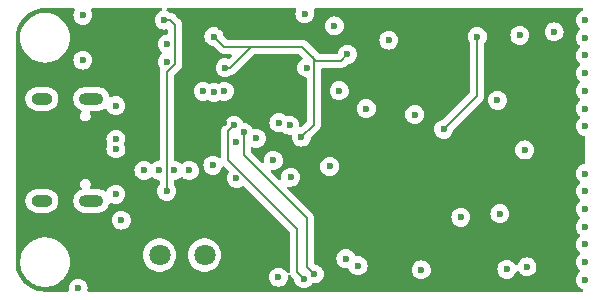
<source format=gbr>
%TF.GenerationSoftware,KiCad,Pcbnew,8.0.5-dirty*%
%TF.CreationDate,2024-10-01T21:11:00+10:00*%
%TF.ProjectId,kestral,6b657374-7261-46c2-9e6b-696361645f70,rev?*%
%TF.SameCoordinates,Original*%
%TF.FileFunction,Copper,L3,Inr*%
%TF.FilePolarity,Positive*%
%FSLAX46Y46*%
G04 Gerber Fmt 4.6, Leading zero omitted, Abs format (unit mm)*
G04 Created by KiCad (PCBNEW 8.0.5-dirty) date 2024-10-01 21:11:00*
%MOMM*%
%LPD*%
G01*
G04 APERTURE LIST*
%TA.AperFunction,ComponentPad*%
%ADD10C,1.803400*%
%TD*%
%TA.AperFunction,ComponentPad*%
%ADD11O,2.100000X1.000000*%
%TD*%
%TA.AperFunction,ComponentPad*%
%ADD12O,1.800000X1.000000*%
%TD*%
%TA.AperFunction,ViaPad*%
%ADD13C,0.600000*%
%TD*%
%TA.AperFunction,Conductor*%
%ADD14C,0.200000*%
%TD*%
G04 APERTURE END LIST*
D10*
%TO.N,VBATT*%
%TO.C,J2*%
X112689999Y-121400000D03*
%TO.N,GND*%
X116500000Y-121400000D03*
%TD*%
D11*
%TO.N,unconnected-(J3-SHIELD-PadS1)_3*%
%TO.C,J3*%
X106925000Y-108180000D03*
D12*
%TO.N,unconnected-(J3-SHIELD-PadS1)_1*%
X102725000Y-108180000D03*
D11*
%TO.N,unconnected-(J3-SHIELD-PadS1)*%
X106925000Y-116820000D03*
D12*
%TO.N,unconnected-(J3-SHIELD-PadS1)_2*%
X102725000Y-116820000D03*
%TD*%
D13*
%TO.N,QSPI_SS*%
X109450000Y-118450000D03*
%TO.N,+3V3*%
X101700000Y-118400000D03*
%TO.N,GND*%
X105800000Y-124200000D03*
X128475000Y-121700000D03*
X119200000Y-111820000D03*
X119200000Y-114900000D03*
X148750000Y-110500000D03*
X115205000Y-114232500D03*
X148750000Y-109000000D03*
X148750000Y-117500000D03*
X130200000Y-109000000D03*
X146100000Y-102500000D03*
X148750000Y-107500000D03*
X108975000Y-116250000D03*
X138200000Y-118200000D03*
X148750000Y-120500000D03*
X134850000Y-122650000D03*
X106200000Y-101100000D03*
X148750000Y-123500000D03*
X148750000Y-116000000D03*
X122762500Y-123275000D03*
X148750000Y-106000000D03*
X148750000Y-104500000D03*
X127912500Y-107482500D03*
X106200000Y-104900000D03*
X117210000Y-113800000D03*
X148750000Y-122000000D03*
X108975000Y-108750000D03*
X123795634Y-114802885D03*
X132100000Y-103200000D03*
X127100000Y-113900000D03*
X122318488Y-113384315D03*
X148750000Y-119000000D03*
X148750000Y-114500000D03*
X125150000Y-105532500D03*
X148750000Y-101500000D03*
X148750000Y-103000000D03*
%TO.N,Net-(J1-In)*%
X143600000Y-112500000D03*
%TO.N,USB_D+*%
X109000000Y-112400000D03*
X113355000Y-105032500D03*
%TO.N,USB_D-*%
X109000000Y-111599997D03*
X113355000Y-103532500D03*
%TO.N,RF_DIO*%
X141500000Y-117900000D03*
X122800000Y-110200000D03*
%TO.N,RF_RST*%
X123700000Y-110400000D03*
X134300000Y-109500000D03*
%TO.N,MISO*%
X143200000Y-102800000D03*
X127500000Y-102000000D03*
%TO.N,+3V3*%
X119987500Y-118125000D03*
X112265000Y-106932500D03*
X119987500Y-119525000D03*
X109800000Y-105800000D03*
X137500000Y-101000000D03*
X119987500Y-118825000D03*
X129562500Y-105332500D03*
X117900000Y-102132500D03*
X127700000Y-103500000D03*
X126925000Y-121575000D03*
X123400000Y-111500000D03*
X123800000Y-100982500D03*
X139487500Y-122687500D03*
X117223131Y-105532500D03*
X122100000Y-111200000D03*
X118124265Y-110224265D03*
%TO.N,MOSI*%
X141300000Y-108300000D03*
X125000000Y-100982500D03*
%TO.N,+1V1*%
X117300000Y-102900000D03*
X124700000Y-111420000D03*
X128600000Y-104400000D03*
X118251472Y-105532500D03*
%TO.N,MCU_RX*%
X119800000Y-111000000D03*
X142100000Y-122600000D03*
X125800000Y-123000000D03*
%TO.N,GPS_RST*%
X139600000Y-102900000D03*
X136750000Y-110750000D03*
X120883750Y-111516250D03*
%TO.N,MCU_TX*%
X143800000Y-122400000D03*
X124900000Y-123400000D03*
X119000000Y-110400000D03*
%TO.N,Net-(U3-QSPI_SD1)*%
X112670000Y-114220000D03*
X117278765Y-107628735D03*
%TO.N,Net-(U3-QSPI_SD2)*%
X118180113Y-107532500D03*
X113940000Y-114220000D03*
%TO.N,QSPI_SS*%
X111375000Y-114230000D03*
X116382528Y-107532500D03*
%TO.N,GPS_1PPS*%
X129500000Y-122300000D03*
X113300000Y-116000000D03*
X113100000Y-101500000D03*
%TD*%
D14*
%TO.N,+3V3*%
X122100000Y-111200000D02*
X122533529Y-111200000D01*
X122533529Y-111200000D02*
X122833529Y-111500000D01*
X122833529Y-111500000D02*
X123400000Y-111500000D01*
%TO.N,+1V1*%
X125950000Y-104957500D02*
X125456250Y-104463750D01*
X125456250Y-104463750D02*
X125750000Y-104757500D01*
X125456250Y-104463750D02*
X124750000Y-103757500D01*
X118157500Y-103757500D02*
X120455000Y-103757500D01*
X124750000Y-103757500D02*
X120455000Y-103757500D01*
X118680000Y-105532500D02*
X120455000Y-103757500D01*
X128600000Y-104400000D02*
X128042500Y-104957500D01*
X117300000Y-102900000D02*
X118157500Y-103757500D01*
X128042500Y-104957500D02*
X125950000Y-104957500D01*
X125750000Y-104757500D02*
X125750000Y-110370000D01*
X118251472Y-105532500D02*
X118680000Y-105532500D01*
X125750000Y-110370000D02*
X124700000Y-111420000D01*
%TO.N,MCU_RX*%
X119800000Y-111000000D02*
X119800000Y-112900000D01*
X125200000Y-122400000D02*
X125800000Y-123000000D01*
X119800000Y-112900000D02*
X125200000Y-118300000D01*
X125200000Y-118300000D02*
X125200000Y-122400000D01*
%TO.N,GPS_RST*%
X136750000Y-110750000D02*
X139600000Y-107900000D01*
X139600000Y-107900000D02*
X139600000Y-102900000D01*
%TO.N,MCU_TX*%
X118500000Y-110900000D02*
X118500000Y-113351471D01*
X119000000Y-110400000D02*
X118500000Y-110900000D01*
X124300000Y-122800000D02*
X124900000Y-123400000D01*
X124300000Y-119151471D02*
X124300000Y-122800000D01*
X118500000Y-113351471D02*
X124300000Y-119151471D01*
%TO.N,GPS_1PPS*%
X114000000Y-101900000D02*
X114000000Y-105236029D01*
X113300000Y-105936029D02*
X113300000Y-116000000D01*
X113100000Y-101500000D02*
X113600000Y-101500000D01*
X114000000Y-105236029D02*
X113300000Y-105936029D01*
X113600000Y-101500000D02*
X114000000Y-101900000D01*
%TD*%
%TA.AperFunction,Conductor*%
%TO.N,+3V3*%
G36*
X105473960Y-100520185D02*
G01*
X105519715Y-100572989D01*
X105529659Y-100642147D01*
X105511915Y-100690472D01*
X105474211Y-100750476D01*
X105414631Y-100920745D01*
X105414630Y-100920750D01*
X105394435Y-101099996D01*
X105394435Y-101100003D01*
X105414630Y-101279249D01*
X105414631Y-101279254D01*
X105474211Y-101449523D01*
X105560305Y-101586540D01*
X105570184Y-101602262D01*
X105697738Y-101729816D01*
X105758299Y-101767869D01*
X105842765Y-101820943D01*
X105850478Y-101825789D01*
X105918306Y-101849523D01*
X106020745Y-101885368D01*
X106020750Y-101885369D01*
X106199996Y-101905565D01*
X106200000Y-101905565D01*
X106200004Y-101905565D01*
X106379249Y-101885369D01*
X106379252Y-101885368D01*
X106379255Y-101885368D01*
X106549522Y-101825789D01*
X106702262Y-101729816D01*
X106829816Y-101602262D01*
X106925789Y-101449522D01*
X106985368Y-101279255D01*
X106985369Y-101279249D01*
X107005565Y-101100003D01*
X107005565Y-101099996D01*
X106985369Y-100920750D01*
X106985368Y-100920745D01*
X106977562Y-100898438D01*
X106925789Y-100750478D01*
X106920174Y-100741542D01*
X106888085Y-100690472D01*
X106869085Y-100623235D01*
X106889453Y-100556400D01*
X106942721Y-100511186D01*
X106993079Y-100500500D01*
X112802886Y-100500500D01*
X112869925Y-100520185D01*
X112915680Y-100572989D01*
X112925624Y-100642147D01*
X112896599Y-100705703D01*
X112843840Y-100741542D01*
X112750478Y-100774210D01*
X112597737Y-100870184D01*
X112470184Y-100997737D01*
X112374211Y-101150476D01*
X112314631Y-101320745D01*
X112314630Y-101320750D01*
X112294435Y-101499996D01*
X112294435Y-101500003D01*
X112314630Y-101679249D01*
X112314631Y-101679254D01*
X112374211Y-101849523D01*
X112432616Y-101942473D01*
X112470184Y-102002262D01*
X112597738Y-102129816D01*
X112750478Y-102225789D01*
X112877352Y-102270184D01*
X112920745Y-102285368D01*
X112920750Y-102285369D01*
X113099996Y-102305565D01*
X113100000Y-102305565D01*
X113100004Y-102305565D01*
X113261617Y-102287356D01*
X113330439Y-102299411D01*
X113381818Y-102346760D01*
X113399500Y-102410576D01*
X113399500Y-102611107D01*
X113379815Y-102678146D01*
X113327011Y-102723901D01*
X113289384Y-102734327D01*
X113175749Y-102747130D01*
X113175745Y-102747131D01*
X113005476Y-102806711D01*
X112852737Y-102902684D01*
X112725184Y-103030237D01*
X112629211Y-103182976D01*
X112569631Y-103353245D01*
X112569630Y-103353250D01*
X112549435Y-103532496D01*
X112549435Y-103532503D01*
X112569630Y-103711749D01*
X112569631Y-103711754D01*
X112629211Y-103882023D01*
X112701920Y-103997738D01*
X112725184Y-104034762D01*
X112852738Y-104162316D01*
X112871669Y-104174211D01*
X112876913Y-104177506D01*
X112923204Y-104229841D01*
X112933852Y-104298895D01*
X112905477Y-104362743D01*
X112876913Y-104387494D01*
X112852737Y-104402684D01*
X112725184Y-104530237D01*
X112629211Y-104682976D01*
X112569631Y-104853245D01*
X112569630Y-104853250D01*
X112549435Y-105032496D01*
X112549435Y-105032503D01*
X112569630Y-105211749D01*
X112569631Y-105211754D01*
X112629211Y-105382023D01*
X112725184Y-105534762D01*
X112729599Y-105539177D01*
X112763084Y-105600500D01*
X112758100Y-105670192D01*
X112749308Y-105688853D01*
X112740424Y-105704241D01*
X112740423Y-105704244D01*
X112699499Y-105856972D01*
X112699499Y-105856974D01*
X112699499Y-106025075D01*
X112699500Y-106025088D01*
X112699500Y-113300297D01*
X112679815Y-113367336D01*
X112627011Y-113413091D01*
X112589384Y-113423517D01*
X112490749Y-113434630D01*
X112490745Y-113434631D01*
X112320476Y-113494211D01*
X112167739Y-113590183D01*
X112105179Y-113652742D01*
X112043855Y-113686226D01*
X111974164Y-113681240D01*
X111929818Y-113652740D01*
X111877262Y-113600184D01*
X111724523Y-113504211D01*
X111554254Y-113444631D01*
X111554249Y-113444630D01*
X111375004Y-113424435D01*
X111374996Y-113424435D01*
X111195750Y-113444630D01*
X111195745Y-113444631D01*
X111025476Y-113504211D01*
X110872737Y-113600184D01*
X110745184Y-113727737D01*
X110649211Y-113880476D01*
X110589631Y-114050745D01*
X110589630Y-114050750D01*
X110569435Y-114229996D01*
X110569435Y-114230003D01*
X110589630Y-114409249D01*
X110589631Y-114409254D01*
X110649211Y-114579523D01*
X110738901Y-114722262D01*
X110745184Y-114732262D01*
X110872738Y-114859816D01*
X110936695Y-114900003D01*
X111009561Y-114945788D01*
X111025478Y-114955789D01*
X111189332Y-115013124D01*
X111195745Y-115015368D01*
X111195750Y-115015369D01*
X111374996Y-115035565D01*
X111375000Y-115035565D01*
X111375004Y-115035565D01*
X111554249Y-115015369D01*
X111554252Y-115015368D01*
X111554255Y-115015368D01*
X111724522Y-114955789D01*
X111877262Y-114859816D01*
X111939819Y-114797259D01*
X112001142Y-114763774D01*
X112070834Y-114768758D01*
X112115181Y-114797259D01*
X112167738Y-114849816D01*
X112320478Y-114945789D01*
X112481869Y-115002262D01*
X112490745Y-115005368D01*
X112490750Y-115005369D01*
X112589383Y-115016482D01*
X112653797Y-115043548D01*
X112693352Y-115101143D01*
X112699500Y-115139702D01*
X112699500Y-115417587D01*
X112679815Y-115484626D01*
X112672450Y-115494896D01*
X112670186Y-115497734D01*
X112574211Y-115650476D01*
X112514631Y-115820745D01*
X112514630Y-115820750D01*
X112494435Y-115999996D01*
X112494435Y-116000003D01*
X112514630Y-116179249D01*
X112514631Y-116179254D01*
X112574211Y-116349523D01*
X112670184Y-116502262D01*
X112797738Y-116629816D01*
X112821913Y-116645006D01*
X112943586Y-116721459D01*
X112950478Y-116725789D01*
X113088860Y-116774211D01*
X113120745Y-116785368D01*
X113120750Y-116785369D01*
X113299996Y-116805565D01*
X113300000Y-116805565D01*
X113300004Y-116805565D01*
X113479249Y-116785369D01*
X113479252Y-116785368D01*
X113479255Y-116785368D01*
X113649522Y-116725789D01*
X113802262Y-116629816D01*
X113929816Y-116502262D01*
X114025789Y-116349522D01*
X114085368Y-116179255D01*
X114092636Y-116114752D01*
X114105565Y-116000003D01*
X114105565Y-115999996D01*
X114085369Y-115820750D01*
X114085368Y-115820745D01*
X114059567Y-115747011D01*
X114025789Y-115650478D01*
X114015120Y-115633499D01*
X113971380Y-115563887D01*
X113929816Y-115497738D01*
X113929814Y-115497736D01*
X113929813Y-115497734D01*
X113927550Y-115494896D01*
X113926659Y-115492715D01*
X113926111Y-115491842D01*
X113926264Y-115491745D01*
X113901144Y-115430209D01*
X113900500Y-115417587D01*
X113900500Y-115140828D01*
X113920185Y-115073789D01*
X113972989Y-115028034D01*
X114010615Y-115017608D01*
X114065950Y-115011373D01*
X114119249Y-115005369D01*
X114119252Y-115005368D01*
X114119255Y-115005368D01*
X114289522Y-114945789D01*
X114442262Y-114849816D01*
X114478568Y-114813509D01*
X114539889Y-114780024D01*
X114609581Y-114785008D01*
X114653929Y-114813508D01*
X114689944Y-114849522D01*
X114702738Y-114862316D01*
X114793080Y-114919082D01*
X114851497Y-114955788D01*
X114855478Y-114958289D01*
X114981146Y-115002262D01*
X115025745Y-115017868D01*
X115025750Y-115017869D01*
X115204996Y-115038065D01*
X115205000Y-115038065D01*
X115205004Y-115038065D01*
X115384249Y-115017869D01*
X115384252Y-115017868D01*
X115384255Y-115017868D01*
X115554522Y-114958289D01*
X115707262Y-114862316D01*
X115834816Y-114734762D01*
X115930789Y-114582022D01*
X115990368Y-114411755D01*
X115990650Y-114409254D01*
X116010565Y-114232503D01*
X116010565Y-114232496D01*
X115990369Y-114053250D01*
X115990368Y-114053245D01*
X115977866Y-114017516D01*
X115930789Y-113882978D01*
X115878648Y-113799996D01*
X116404435Y-113799996D01*
X116404435Y-113800003D01*
X116424630Y-113979249D01*
X116424631Y-113979254D01*
X116484211Y-114149523D01*
X116554427Y-114261270D01*
X116580184Y-114302262D01*
X116707738Y-114429816D01*
X116860478Y-114525789D01*
X117014038Y-114579522D01*
X117030745Y-114585368D01*
X117030750Y-114585369D01*
X117209996Y-114605565D01*
X117210000Y-114605565D01*
X117210004Y-114605565D01*
X117389249Y-114585369D01*
X117389252Y-114585368D01*
X117389255Y-114585368D01*
X117559522Y-114525789D01*
X117712262Y-114429816D01*
X117839816Y-114302262D01*
X117935789Y-114149522D01*
X117995368Y-113979255D01*
X117995369Y-113979249D01*
X117996917Y-113972468D01*
X117998492Y-113972827D01*
X118022268Y-113916221D01*
X118079857Y-113876657D01*
X118149693Y-113874508D01*
X118206115Y-113906822D01*
X118378543Y-114079249D01*
X118549209Y-114249915D01*
X118582693Y-114311237D01*
X118577709Y-114380928D01*
X118566521Y-114403567D01*
X118474211Y-114550476D01*
X118414631Y-114720745D01*
X118414630Y-114720750D01*
X118394435Y-114899996D01*
X118394435Y-114900003D01*
X118414630Y-115079249D01*
X118414631Y-115079254D01*
X118474211Y-115249523D01*
X118550028Y-115370184D01*
X118570184Y-115402262D01*
X118697738Y-115529816D01*
X118703568Y-115533479D01*
X118841557Y-115620184D01*
X118850478Y-115625789D01*
X118967152Y-115666615D01*
X119020745Y-115685368D01*
X119020750Y-115685369D01*
X119199996Y-115705565D01*
X119200000Y-115705565D01*
X119200004Y-115705565D01*
X119379249Y-115685369D01*
X119379252Y-115685368D01*
X119379255Y-115685368D01*
X119549522Y-115625789D01*
X119696432Y-115533478D01*
X119763668Y-115514479D01*
X119830504Y-115534847D01*
X119850085Y-115550792D01*
X123663181Y-119363887D01*
X123696666Y-119425210D01*
X123699500Y-119451568D01*
X123699500Y-122713330D01*
X123699499Y-122713348D01*
X123699499Y-122831202D01*
X123679814Y-122898241D01*
X123627010Y-122943996D01*
X123557852Y-122953940D01*
X123494296Y-122924915D01*
X123470506Y-122897175D01*
X123392317Y-122772739D01*
X123264762Y-122645184D01*
X123112023Y-122549211D01*
X122941754Y-122489631D01*
X122941749Y-122489630D01*
X122762504Y-122469435D01*
X122762496Y-122469435D01*
X122583250Y-122489630D01*
X122583245Y-122489631D01*
X122412976Y-122549211D01*
X122260237Y-122645184D01*
X122132684Y-122772737D01*
X122036711Y-122925476D01*
X121977131Y-123095745D01*
X121977130Y-123095750D01*
X121956935Y-123274996D01*
X121956935Y-123275003D01*
X121977130Y-123454249D01*
X121977131Y-123454254D01*
X122036711Y-123624523D01*
X122100341Y-123725789D01*
X122132684Y-123777262D01*
X122260238Y-123904816D01*
X122412978Y-124000789D01*
X122560537Y-124052422D01*
X122583245Y-124060368D01*
X122583250Y-124060369D01*
X122762496Y-124080565D01*
X122762500Y-124080565D01*
X122762504Y-124080565D01*
X122941749Y-124060369D01*
X122941752Y-124060368D01*
X122941755Y-124060368D01*
X123112022Y-124000789D01*
X123264762Y-123904816D01*
X123392316Y-123777262D01*
X123488289Y-123624522D01*
X123547868Y-123454255D01*
X123551076Y-123425782D01*
X123568065Y-123275003D01*
X123568065Y-123274997D01*
X123558764Y-123192449D01*
X123570818Y-123123627D01*
X123618167Y-123072247D01*
X123685778Y-123054623D01*
X123752184Y-123076349D01*
X123789370Y-123116564D01*
X123809980Y-123152262D01*
X123819481Y-123168717D01*
X123938349Y-123287585D01*
X123938355Y-123287590D01*
X124069298Y-123418533D01*
X124102783Y-123479856D01*
X124104837Y-123492330D01*
X124114630Y-123579249D01*
X124174210Y-123749521D01*
X124196735Y-123785369D01*
X124270184Y-123902262D01*
X124397738Y-124029816D01*
X124550478Y-124125789D01*
X124561984Y-124129815D01*
X124720745Y-124185368D01*
X124720750Y-124185369D01*
X124899996Y-124205565D01*
X124900000Y-124205565D01*
X124900004Y-124205565D01*
X125079249Y-124185369D01*
X125079252Y-124185368D01*
X125079255Y-124185368D01*
X125249522Y-124125789D01*
X125402262Y-124029816D01*
X125529816Y-123902262D01*
X125562968Y-123849500D01*
X125615300Y-123803210D01*
X125681844Y-123792252D01*
X125744290Y-123799288D01*
X125799998Y-123805565D01*
X125800000Y-123805565D01*
X125800004Y-123805565D01*
X125979249Y-123785369D01*
X125979252Y-123785368D01*
X125979255Y-123785368D01*
X126149522Y-123725789D01*
X126302262Y-123629816D01*
X126429816Y-123502262D01*
X126525789Y-123349522D01*
X126585368Y-123179255D01*
X126585369Y-123179249D01*
X126605565Y-123000003D01*
X126605565Y-122999996D01*
X126585369Y-122820750D01*
X126585368Y-122820745D01*
X126581663Y-122810157D01*
X126525789Y-122650478D01*
X126525188Y-122649522D01*
X126462159Y-122549211D01*
X126429816Y-122497738D01*
X126302262Y-122370184D01*
X126191326Y-122300478D01*
X126149521Y-122274210D01*
X125996725Y-122220745D01*
X125979255Y-122214632D01*
X125979254Y-122214631D01*
X125979249Y-122214630D01*
X125910616Y-122206897D01*
X125846202Y-122179830D01*
X125806647Y-122122235D01*
X125800500Y-122083677D01*
X125800500Y-121699996D01*
X127669435Y-121699996D01*
X127669435Y-121700003D01*
X127689630Y-121879249D01*
X127689631Y-121879254D01*
X127749211Y-122049523D01*
X127810924Y-122147738D01*
X127845184Y-122202262D01*
X127972738Y-122329816D01*
X128036983Y-122370184D01*
X128117450Y-122420745D01*
X128125478Y-122425789D01*
X128236994Y-122464810D01*
X128295745Y-122485368D01*
X128295750Y-122485369D01*
X128474996Y-122505565D01*
X128475000Y-122505565D01*
X128475003Y-122505565D01*
X128569803Y-122494883D01*
X128616134Y-122489663D01*
X128684956Y-122501717D01*
X128736336Y-122549066D01*
X128747060Y-122571929D01*
X128774210Y-122649521D01*
X128846112Y-122763952D01*
X128870184Y-122802262D01*
X128997738Y-122929816D01*
X129088080Y-122986582D01*
X129105833Y-122997737D01*
X129150478Y-123025789D01*
X129294970Y-123076349D01*
X129320745Y-123085368D01*
X129320750Y-123085369D01*
X129499996Y-123105565D01*
X129500000Y-123105565D01*
X129500004Y-123105565D01*
X129679249Y-123085369D01*
X129679252Y-123085368D01*
X129679255Y-123085368D01*
X129849522Y-123025789D01*
X130002262Y-122929816D01*
X130129816Y-122802262D01*
X130225491Y-122649996D01*
X134044435Y-122649996D01*
X134044435Y-122650003D01*
X134064630Y-122829249D01*
X134064631Y-122829254D01*
X134124211Y-122999523D01*
X134183535Y-123093936D01*
X134220184Y-123152262D01*
X134347738Y-123279816D01*
X134500478Y-123375789D01*
X134626477Y-123419878D01*
X134670745Y-123435368D01*
X134670750Y-123435369D01*
X134849996Y-123455565D01*
X134850000Y-123455565D01*
X134850004Y-123455565D01*
X135029249Y-123435369D01*
X135029252Y-123435368D01*
X135029255Y-123435368D01*
X135199522Y-123375789D01*
X135352262Y-123279816D01*
X135479816Y-123152262D01*
X135575789Y-122999522D01*
X135635368Y-122829255D01*
X135635369Y-122829249D01*
X135655565Y-122650003D01*
X135655565Y-122649996D01*
X135649931Y-122599996D01*
X141294435Y-122599996D01*
X141294435Y-122600003D01*
X141314630Y-122779249D01*
X141314631Y-122779254D01*
X141374211Y-122949523D01*
X141424662Y-123029815D01*
X141470184Y-123102262D01*
X141597738Y-123229816D01*
X141688080Y-123286582D01*
X141742450Y-123320745D01*
X141750478Y-123325789D01*
X141818306Y-123349523D01*
X141920745Y-123385368D01*
X141920750Y-123385369D01*
X142099996Y-123405565D01*
X142100000Y-123405565D01*
X142100004Y-123405565D01*
X142279249Y-123385369D01*
X142279252Y-123385368D01*
X142279255Y-123385368D01*
X142449522Y-123325789D01*
X142602262Y-123229816D01*
X142729816Y-123102262D01*
X142825789Y-122949522D01*
X142874555Y-122810157D01*
X142915277Y-122753380D01*
X142980230Y-122727633D01*
X143048791Y-122741089D01*
X143096590Y-122785138D01*
X143170184Y-122902262D01*
X143297738Y-123029816D01*
X143450478Y-123125789D01*
X143573159Y-123168717D01*
X143620745Y-123185368D01*
X143620750Y-123185369D01*
X143799996Y-123205565D01*
X143800000Y-123205565D01*
X143800004Y-123205565D01*
X143979249Y-123185369D01*
X143979252Y-123185368D01*
X143979255Y-123185368D01*
X144149522Y-123125789D01*
X144302262Y-123029816D01*
X144429816Y-122902262D01*
X144525789Y-122749522D01*
X144585368Y-122579255D01*
X144585522Y-122577892D01*
X144605565Y-122400003D01*
X144605565Y-122399996D01*
X144585369Y-122220750D01*
X144585368Y-122220745D01*
X144580522Y-122206897D01*
X144525789Y-122050478D01*
X144525188Y-122049522D01*
X144462955Y-121950478D01*
X144429816Y-121897738D01*
X144302262Y-121770184D01*
X144149523Y-121674211D01*
X143979254Y-121614631D01*
X143979249Y-121614630D01*
X143800004Y-121594435D01*
X143799996Y-121594435D01*
X143620750Y-121614630D01*
X143620745Y-121614631D01*
X143450476Y-121674211D01*
X143297737Y-121770184D01*
X143170184Y-121897737D01*
X143074208Y-122050480D01*
X143025443Y-122189843D01*
X142984721Y-122246619D01*
X142919768Y-122272366D01*
X142851207Y-122258909D01*
X142803409Y-122214861D01*
X142729816Y-122097738D01*
X142602262Y-121970184D01*
X142570897Y-121950476D01*
X142449523Y-121874211D01*
X142279254Y-121814631D01*
X142279249Y-121814630D01*
X142100004Y-121794435D01*
X142099996Y-121794435D01*
X141920750Y-121814630D01*
X141920745Y-121814631D01*
X141750476Y-121874211D01*
X141597737Y-121970184D01*
X141470184Y-122097737D01*
X141374211Y-122250476D01*
X141314631Y-122420745D01*
X141314630Y-122420750D01*
X141294435Y-122599996D01*
X135649931Y-122599996D01*
X135635369Y-122470750D01*
X135635368Y-122470745D01*
X135600180Y-122370184D01*
X135575789Y-122300478D01*
X135549669Y-122258909D01*
X135536582Y-122238080D01*
X135479816Y-122147738D01*
X135352262Y-122020184D01*
X135320144Y-122000003D01*
X135199523Y-121924211D01*
X135029254Y-121864631D01*
X135029249Y-121864630D01*
X134850004Y-121844435D01*
X134849996Y-121844435D01*
X134670750Y-121864630D01*
X134670745Y-121864631D01*
X134500476Y-121924211D01*
X134347737Y-122020184D01*
X134220184Y-122147737D01*
X134124211Y-122300476D01*
X134064631Y-122470745D01*
X134064630Y-122470750D01*
X134044435Y-122649996D01*
X130225491Y-122649996D01*
X130225789Y-122649522D01*
X130285368Y-122479255D01*
X130285369Y-122479249D01*
X130305565Y-122300003D01*
X130305565Y-122299996D01*
X130285369Y-122120750D01*
X130285368Y-122120745D01*
X130225789Y-121950478D01*
X130129816Y-121797738D01*
X130002262Y-121670184D01*
X129940834Y-121631586D01*
X129849523Y-121574211D01*
X129679254Y-121514631D01*
X129679249Y-121514630D01*
X129500004Y-121494435D01*
X129499996Y-121494435D01*
X129358864Y-121510336D01*
X129290042Y-121498281D01*
X129238663Y-121450932D01*
X129227939Y-121428069D01*
X129200790Y-121350479D01*
X129137654Y-121250000D01*
X129104816Y-121197738D01*
X128977262Y-121070184D01*
X128890660Y-121015768D01*
X128824523Y-120974211D01*
X128654254Y-120914631D01*
X128654249Y-120914630D01*
X128475004Y-120894435D01*
X128474996Y-120894435D01*
X128295750Y-120914630D01*
X128295745Y-120914631D01*
X128125476Y-120974211D01*
X127972737Y-121070184D01*
X127845184Y-121197737D01*
X127749211Y-121350476D01*
X127689631Y-121520745D01*
X127689630Y-121520750D01*
X127669435Y-121699996D01*
X125800500Y-121699996D01*
X125800500Y-118220945D01*
X125800500Y-118220943D01*
X125796101Y-118204523D01*
X125794888Y-118199996D01*
X137394435Y-118199996D01*
X137394435Y-118200003D01*
X137414630Y-118379249D01*
X137414631Y-118379254D01*
X137474211Y-118549523D01*
X137537646Y-118650478D01*
X137570184Y-118702262D01*
X137697738Y-118829816D01*
X137850478Y-118925789D01*
X138020745Y-118985368D01*
X138020750Y-118985369D01*
X138199996Y-119005565D01*
X138200000Y-119005565D01*
X138200004Y-119005565D01*
X138379249Y-118985369D01*
X138379252Y-118985368D01*
X138379255Y-118985368D01*
X138549522Y-118925789D01*
X138702262Y-118829816D01*
X138829816Y-118702262D01*
X138925789Y-118549522D01*
X138985368Y-118379255D01*
X138988102Y-118354994D01*
X139005565Y-118200003D01*
X139005565Y-118199996D01*
X138985369Y-118020750D01*
X138985368Y-118020745D01*
X138978901Y-118002263D01*
X138943116Y-117899996D01*
X140694435Y-117899996D01*
X140694435Y-117900003D01*
X140714630Y-118079249D01*
X140714631Y-118079254D01*
X140774211Y-118249523D01*
X140850028Y-118370184D01*
X140870184Y-118402262D01*
X140997738Y-118529816D01*
X141150478Y-118625789D01*
X141320745Y-118685368D01*
X141320750Y-118685369D01*
X141499996Y-118705565D01*
X141500000Y-118705565D01*
X141500004Y-118705565D01*
X141679249Y-118685369D01*
X141679252Y-118685368D01*
X141679255Y-118685368D01*
X141849522Y-118625789D01*
X142002262Y-118529816D01*
X142129816Y-118402262D01*
X142225789Y-118249522D01*
X142285368Y-118079255D01*
X142291960Y-118020750D01*
X142305565Y-117900003D01*
X142305565Y-117899996D01*
X142285369Y-117720750D01*
X142285368Y-117720745D01*
X142280428Y-117706628D01*
X142225789Y-117550478D01*
X142129816Y-117397738D01*
X142002262Y-117270184D01*
X141849523Y-117174211D01*
X141679254Y-117114631D01*
X141679249Y-117114630D01*
X141500004Y-117094435D01*
X141499996Y-117094435D01*
X141320750Y-117114630D01*
X141320745Y-117114631D01*
X141150476Y-117174211D01*
X140997737Y-117270184D01*
X140870184Y-117397737D01*
X140774211Y-117550476D01*
X140714631Y-117720745D01*
X140714630Y-117720750D01*
X140694435Y-117899996D01*
X138943116Y-117899996D01*
X138925789Y-117850478D01*
X138925188Y-117849522D01*
X138829815Y-117697737D01*
X138702262Y-117570184D01*
X138549523Y-117474211D01*
X138379254Y-117414631D01*
X138379249Y-117414630D01*
X138200004Y-117394435D01*
X138199996Y-117394435D01*
X138020750Y-117414630D01*
X138020745Y-117414631D01*
X137850476Y-117474211D01*
X137697737Y-117570184D01*
X137570184Y-117697737D01*
X137474211Y-117850476D01*
X137414631Y-118020745D01*
X137414630Y-118020750D01*
X137394435Y-118199996D01*
X125794888Y-118199996D01*
X125759577Y-118068215D01*
X125721499Y-118002262D01*
X125721499Y-118002261D01*
X125680524Y-117931290D01*
X125680521Y-117931286D01*
X125680520Y-117931284D01*
X125568716Y-117819480D01*
X125568715Y-117819479D01*
X125564385Y-117815149D01*
X125564374Y-117815139D01*
X123552652Y-115803417D01*
X123519167Y-115742094D01*
X123524151Y-115672402D01*
X123566023Y-115616469D01*
X123631487Y-115592052D01*
X123654213Y-115592515D01*
X123718167Y-115599721D01*
X123795631Y-115608450D01*
X123795634Y-115608450D01*
X123795638Y-115608450D01*
X123974883Y-115588254D01*
X123974886Y-115588253D01*
X123974889Y-115588253D01*
X124145156Y-115528674D01*
X124297896Y-115432701D01*
X124425450Y-115305147D01*
X124521423Y-115152407D01*
X124581002Y-114982140D01*
X124582347Y-114970202D01*
X124601199Y-114802888D01*
X124601199Y-114802881D01*
X124581003Y-114623635D01*
X124581002Y-114623630D01*
X124567614Y-114585369D01*
X124521423Y-114453363D01*
X124506627Y-114429816D01*
X124444513Y-114330962D01*
X124425450Y-114300623D01*
X124297896Y-114173069D01*
X124261943Y-114150478D01*
X124145157Y-114077096D01*
X123974888Y-114017516D01*
X123974883Y-114017515D01*
X123795638Y-113997320D01*
X123795630Y-113997320D01*
X123616384Y-114017515D01*
X123616379Y-114017516D01*
X123446110Y-114077096D01*
X123293371Y-114173069D01*
X123165818Y-114300622D01*
X123069845Y-114453361D01*
X123010265Y-114623630D01*
X123010264Y-114623635D01*
X122990069Y-114802881D01*
X122990069Y-114802888D01*
X123006002Y-114944302D01*
X122993947Y-115013124D01*
X122946598Y-115064503D01*
X122878988Y-115082127D01*
X122812582Y-115060400D01*
X122795101Y-115045866D01*
X122141520Y-114392285D01*
X122108035Y-114330962D01*
X122113019Y-114261270D01*
X122154891Y-114205337D01*
X122220355Y-114180920D01*
X122243082Y-114181383D01*
X122278663Y-114185392D01*
X122318486Y-114189880D01*
X122318488Y-114189880D01*
X122318492Y-114189880D01*
X122497737Y-114169684D01*
X122497740Y-114169683D01*
X122497743Y-114169683D01*
X122668010Y-114110104D01*
X122820750Y-114014131D01*
X122934885Y-113899996D01*
X126294435Y-113899996D01*
X126294435Y-113900003D01*
X126314630Y-114079249D01*
X126314631Y-114079254D01*
X126374211Y-114249523D01*
X126425383Y-114330962D01*
X126470184Y-114402262D01*
X126597738Y-114529816D01*
X126750478Y-114625789D01*
X126903258Y-114679249D01*
X126920745Y-114685368D01*
X126920750Y-114685369D01*
X127099996Y-114705565D01*
X127100000Y-114705565D01*
X127100004Y-114705565D01*
X127279249Y-114685369D01*
X127279252Y-114685368D01*
X127279255Y-114685368D01*
X127449522Y-114625789D01*
X127602262Y-114529816D01*
X127729816Y-114402262D01*
X127825789Y-114249522D01*
X127885368Y-114079255D01*
X127885369Y-114079249D01*
X127905565Y-113900003D01*
X127905565Y-113899996D01*
X127885369Y-113720750D01*
X127885368Y-113720745D01*
X127844057Y-113602686D01*
X127825789Y-113550478D01*
X127812004Y-113528540D01*
X127762955Y-113450478D01*
X127729816Y-113397738D01*
X127602262Y-113270184D01*
X127531608Y-113225789D01*
X127449523Y-113174211D01*
X127279254Y-113114631D01*
X127279249Y-113114630D01*
X127100004Y-113094435D01*
X127099996Y-113094435D01*
X126920750Y-113114630D01*
X126920745Y-113114631D01*
X126750476Y-113174211D01*
X126597737Y-113270184D01*
X126470184Y-113397737D01*
X126374211Y-113550476D01*
X126314631Y-113720745D01*
X126314630Y-113720750D01*
X126294435Y-113899996D01*
X122934885Y-113899996D01*
X122948304Y-113886577D01*
X123044277Y-113733837D01*
X123103856Y-113563570D01*
X123105331Y-113550478D01*
X123124053Y-113384318D01*
X123124053Y-113384311D01*
X123103857Y-113205065D01*
X123103856Y-113205060D01*
X123096965Y-113185368D01*
X123044277Y-113034793D01*
X123031608Y-113014631D01*
X122948303Y-112882052D01*
X122820750Y-112754499D01*
X122668011Y-112658526D01*
X122497742Y-112598946D01*
X122497737Y-112598945D01*
X122318492Y-112578750D01*
X122318484Y-112578750D01*
X122139238Y-112598945D01*
X122139233Y-112598946D01*
X121968964Y-112658526D01*
X121816225Y-112754499D01*
X121688672Y-112882052D01*
X121592699Y-113034791D01*
X121533119Y-113205060D01*
X121533118Y-113205065D01*
X121512923Y-113384311D01*
X121512923Y-113384319D01*
X121521418Y-113459718D01*
X121509363Y-113528540D01*
X121462014Y-113579919D01*
X121394404Y-113597543D01*
X121327998Y-113575816D01*
X121310517Y-113561282D01*
X120436819Y-112687584D01*
X120403334Y-112626261D01*
X120400500Y-112599903D01*
X120400500Y-112499996D01*
X142794435Y-112499996D01*
X142794435Y-112500003D01*
X142814630Y-112679249D01*
X142814631Y-112679254D01*
X142874211Y-112849523D01*
X142955603Y-112979057D01*
X142970184Y-113002262D01*
X143097738Y-113129816D01*
X143250478Y-113225789D01*
X143377352Y-113270184D01*
X143420745Y-113285368D01*
X143420750Y-113285369D01*
X143599996Y-113305565D01*
X143600000Y-113305565D01*
X143600004Y-113305565D01*
X143779249Y-113285369D01*
X143779252Y-113285368D01*
X143779255Y-113285368D01*
X143949522Y-113225789D01*
X144102262Y-113129816D01*
X144229816Y-113002262D01*
X144325789Y-112849522D01*
X144385368Y-112679255D01*
X144394309Y-112599903D01*
X144405565Y-112500003D01*
X144405565Y-112499996D01*
X144385369Y-112320750D01*
X144385368Y-112320745D01*
X144379148Y-112302968D01*
X144325789Y-112150478D01*
X144229816Y-111997738D01*
X144102262Y-111870184D01*
X144095240Y-111865772D01*
X143949523Y-111774211D01*
X143779254Y-111714631D01*
X143779249Y-111714630D01*
X143600004Y-111694435D01*
X143599996Y-111694435D01*
X143420750Y-111714630D01*
X143420745Y-111714631D01*
X143250476Y-111774211D01*
X143097737Y-111870184D01*
X142970184Y-111997737D01*
X142874211Y-112150476D01*
X142814631Y-112320745D01*
X142814630Y-112320750D01*
X142794435Y-112499996D01*
X120400500Y-112499996D01*
X120400500Y-112370007D01*
X120420185Y-112302968D01*
X120472989Y-112257213D01*
X120542147Y-112247269D01*
X120565455Y-112252966D01*
X120704487Y-112301616D01*
X120704493Y-112301617D01*
X120704495Y-112301618D01*
X120704496Y-112301618D01*
X120704500Y-112301619D01*
X120883746Y-112321815D01*
X120883750Y-112321815D01*
X120883754Y-112321815D01*
X121062999Y-112301619D01*
X121063002Y-112301618D01*
X121063005Y-112301618D01*
X121233272Y-112242039D01*
X121386012Y-112146066D01*
X121513566Y-112018512D01*
X121609539Y-111865772D01*
X121669118Y-111695505D01*
X121679963Y-111599254D01*
X121689315Y-111516253D01*
X121689315Y-111516246D01*
X121669119Y-111337000D01*
X121669118Y-111336995D01*
X121641277Y-111257431D01*
X121609539Y-111166728D01*
X121513566Y-111013988D01*
X121386012Y-110886434D01*
X121233273Y-110790461D01*
X121063004Y-110730881D01*
X121062999Y-110730880D01*
X120883754Y-110710685D01*
X120883746Y-110710685D01*
X120704498Y-110730880D01*
X120687387Y-110736868D01*
X120617608Y-110740428D01*
X120556981Y-110705697D01*
X120529393Y-110660779D01*
X120525789Y-110650478D01*
X120429816Y-110497738D01*
X120302262Y-110370184D01*
X120271387Y-110350784D01*
X120149523Y-110274211D01*
X119979254Y-110214631D01*
X119979250Y-110214630D01*
X119852607Y-110200361D01*
X119788193Y-110173294D01*
X119749449Y-110118095D01*
X119739710Y-110090264D01*
X119725789Y-110050478D01*
X119707106Y-110020745D01*
X119686582Y-109988080D01*
X119629816Y-109897738D01*
X119502262Y-109770184D01*
X119496232Y-109766395D01*
X119349523Y-109674211D01*
X119179254Y-109614631D01*
X119179249Y-109614630D01*
X119000004Y-109594435D01*
X118999996Y-109594435D01*
X118820750Y-109614630D01*
X118820745Y-109614631D01*
X118650476Y-109674211D01*
X118497737Y-109770184D01*
X118370184Y-109897737D01*
X118274210Y-110050478D01*
X118214630Y-110220750D01*
X118204837Y-110307666D01*
X118177770Y-110372080D01*
X118169299Y-110381462D01*
X118124237Y-110426524D01*
X118124212Y-110426552D01*
X118019478Y-110531286D01*
X117983745Y-110593180D01*
X117983744Y-110593182D01*
X117940423Y-110668214D01*
X117929043Y-110710685D01*
X117899499Y-110820943D01*
X117899499Y-110820945D01*
X117899499Y-110989046D01*
X117899500Y-110989059D01*
X117899500Y-113063472D01*
X117879815Y-113130511D01*
X117827011Y-113176266D01*
X117757853Y-113186210D01*
X117709528Y-113168466D01*
X117559523Y-113074211D01*
X117389254Y-113014631D01*
X117389249Y-113014630D01*
X117210004Y-112994435D01*
X117209996Y-112994435D01*
X117030750Y-113014630D01*
X117030745Y-113014631D01*
X116860476Y-113074211D01*
X116707737Y-113170184D01*
X116580184Y-113297737D01*
X116484211Y-113450476D01*
X116424631Y-113620745D01*
X116424630Y-113620750D01*
X116404435Y-113799996D01*
X115878648Y-113799996D01*
X115834816Y-113730238D01*
X115707262Y-113602684D01*
X115699080Y-113597543D01*
X115554523Y-113506711D01*
X115384254Y-113447131D01*
X115384249Y-113447130D01*
X115205004Y-113426935D01*
X115204996Y-113426935D01*
X115025750Y-113447130D01*
X115025745Y-113447131D01*
X114855476Y-113506711D01*
X114702734Y-113602686D01*
X114702733Y-113602686D01*
X114666429Y-113638991D01*
X114605106Y-113672476D01*
X114535414Y-113667490D01*
X114491068Y-113638990D01*
X114442262Y-113590184D01*
X114289523Y-113494211D01*
X114119254Y-113434631D01*
X114119249Y-113434630D01*
X114010617Y-113422391D01*
X113946203Y-113395325D01*
X113906647Y-113337730D01*
X113900500Y-113299171D01*
X113900500Y-107532496D01*
X115576963Y-107532496D01*
X115576963Y-107532503D01*
X115597158Y-107711749D01*
X115597159Y-107711754D01*
X115656739Y-107882023D01*
X115708646Y-107964632D01*
X115752712Y-108034762D01*
X115880266Y-108162316D01*
X115931383Y-108194435D01*
X116016212Y-108247737D01*
X116033006Y-108258289D01*
X116118101Y-108288065D01*
X116203273Y-108317868D01*
X116203278Y-108317869D01*
X116382524Y-108338065D01*
X116382528Y-108338065D01*
X116382532Y-108338065D01*
X116561777Y-108317869D01*
X116561780Y-108317868D01*
X116561783Y-108317868D01*
X116561784Y-108317867D01*
X116561787Y-108317867D01*
X116612838Y-108300003D01*
X116703972Y-108268113D01*
X116773747Y-108264551D01*
X116810897Y-108280162D01*
X116929240Y-108354523D01*
X117099510Y-108414103D01*
X117099515Y-108414104D01*
X117278761Y-108434300D01*
X117278765Y-108434300D01*
X117278769Y-108434300D01*
X117458014Y-108414104D01*
X117458017Y-108414103D01*
X117458020Y-108414103D01*
X117628287Y-108354524D01*
X117748461Y-108279013D01*
X117815696Y-108260013D01*
X117855387Y-108266966D01*
X118000850Y-108317866D01*
X118000856Y-108317867D01*
X118000858Y-108317868D01*
X118000859Y-108317868D01*
X118000863Y-108317869D01*
X118180109Y-108338065D01*
X118180113Y-108338065D01*
X118180117Y-108338065D01*
X118359362Y-108317869D01*
X118359365Y-108317868D01*
X118359368Y-108317868D01*
X118529635Y-108258289D01*
X118682375Y-108162316D01*
X118809929Y-108034762D01*
X118905902Y-107882022D01*
X118965481Y-107711755D01*
X118970165Y-107670184D01*
X118985678Y-107532503D01*
X118985678Y-107532496D01*
X118965482Y-107353250D01*
X118965481Y-107353245D01*
X118905902Y-107182978D01*
X118809929Y-107030238D01*
X118682375Y-106902684D01*
X118667154Y-106893120D01*
X118529636Y-106806711D01*
X118359367Y-106747131D01*
X118359362Y-106747130D01*
X118180117Y-106726935D01*
X118180109Y-106726935D01*
X118000863Y-106747130D01*
X118000858Y-106747131D01*
X117830589Y-106806711D01*
X117710417Y-106882221D01*
X117643180Y-106901221D01*
X117603490Y-106894269D01*
X117458019Y-106843366D01*
X117458014Y-106843365D01*
X117278769Y-106823170D01*
X117278761Y-106823170D01*
X117099515Y-106843365D01*
X117099507Y-106843367D01*
X116957321Y-106893120D01*
X116887542Y-106896681D01*
X116850395Y-106881072D01*
X116732051Y-106806711D01*
X116561782Y-106747131D01*
X116561777Y-106747130D01*
X116382532Y-106726935D01*
X116382524Y-106726935D01*
X116203278Y-106747130D01*
X116203273Y-106747131D01*
X116033004Y-106806711D01*
X115880265Y-106902684D01*
X115752712Y-107030237D01*
X115656739Y-107182976D01*
X115597159Y-107353245D01*
X115597158Y-107353250D01*
X115576963Y-107532496D01*
X113900500Y-107532496D01*
X113900500Y-106236125D01*
X113920185Y-106169086D01*
X113936815Y-106148448D01*
X114358506Y-105726756D01*
X114358511Y-105726753D01*
X114368714Y-105716549D01*
X114368716Y-105716549D01*
X114480520Y-105604745D01*
X114559577Y-105467813D01*
X114600500Y-105315086D01*
X114600500Y-102899996D01*
X116494435Y-102899996D01*
X116494435Y-102900003D01*
X116514630Y-103079249D01*
X116514631Y-103079254D01*
X116574211Y-103249523D01*
X116655724Y-103379249D01*
X116670184Y-103402262D01*
X116797738Y-103529816D01*
X116950478Y-103625789D01*
X117120745Y-103685368D01*
X117207669Y-103695161D01*
X117272080Y-103722226D01*
X117281465Y-103730700D01*
X117672639Y-104121874D01*
X117672649Y-104121885D01*
X117676979Y-104126215D01*
X117676980Y-104126216D01*
X117788784Y-104238020D01*
X117874147Y-104287304D01*
X117925715Y-104317077D01*
X118078443Y-104358000D01*
X118236557Y-104358000D01*
X118705903Y-104358000D01*
X118772942Y-104377685D01*
X118818697Y-104430489D01*
X118828641Y-104499647D01*
X118799616Y-104563203D01*
X118793590Y-104569673D01*
X118684015Y-104679249D01*
X118623167Y-104740097D01*
X118561844Y-104773582D01*
X118494532Y-104769458D01*
X118430724Y-104747131D01*
X118251476Y-104726935D01*
X118251468Y-104726935D01*
X118072222Y-104747130D01*
X118072217Y-104747131D01*
X117901948Y-104806711D01*
X117749209Y-104902684D01*
X117621656Y-105030237D01*
X117525683Y-105182976D01*
X117466103Y-105353245D01*
X117466102Y-105353250D01*
X117445907Y-105532496D01*
X117445907Y-105532503D01*
X117466102Y-105711749D01*
X117466103Y-105711754D01*
X117525683Y-105882023D01*
X117609293Y-106015086D01*
X117621656Y-106034762D01*
X117749210Y-106162316D01*
X117901950Y-106258289D01*
X118072214Y-106317867D01*
X118072217Y-106317868D01*
X118072222Y-106317869D01*
X118251468Y-106338065D01*
X118251472Y-106338065D01*
X118251476Y-106338065D01*
X118430721Y-106317869D01*
X118430724Y-106317868D01*
X118430727Y-106317868D01*
X118600994Y-106258289D01*
X118753734Y-106162316D01*
X118768334Y-106147714D01*
X118823922Y-106115619D01*
X118911785Y-106092077D01*
X118961904Y-106063139D01*
X119048716Y-106013020D01*
X119160520Y-105901216D01*
X119160520Y-105901214D01*
X119170728Y-105891007D01*
X119170729Y-105891004D01*
X120667416Y-104394319D01*
X120728739Y-104360834D01*
X120755097Y-104358000D01*
X124449903Y-104358000D01*
X124516942Y-104377685D01*
X124537584Y-104394319D01*
X124782339Y-104639074D01*
X124815824Y-104700397D01*
X124810840Y-104770089D01*
X124768968Y-104826022D01*
X124760630Y-104831749D01*
X124647737Y-104902684D01*
X124520184Y-105030237D01*
X124424211Y-105182976D01*
X124364631Y-105353245D01*
X124364630Y-105353250D01*
X124344435Y-105532496D01*
X124344435Y-105532503D01*
X124364630Y-105711749D01*
X124364631Y-105711754D01*
X124424211Y-105882023D01*
X124507821Y-106015086D01*
X124520184Y-106034762D01*
X124647738Y-106162316D01*
X124800478Y-106258289D01*
X124970745Y-106317868D01*
X125039384Y-106325601D01*
X125103796Y-106352666D01*
X125143352Y-106410260D01*
X125149500Y-106448821D01*
X125149500Y-110069902D01*
X125129815Y-110136941D01*
X125113181Y-110157583D01*
X124709770Y-110560993D01*
X124648447Y-110594478D01*
X124578755Y-110589494D01*
X124522822Y-110547622D01*
X124498405Y-110482158D01*
X124498869Y-110459428D01*
X124500038Y-110449058D01*
X124502573Y-110426552D01*
X124505565Y-110400002D01*
X124505565Y-110399996D01*
X124485369Y-110220750D01*
X124485368Y-110220745D01*
X124463267Y-110157583D01*
X124425789Y-110050478D01*
X124407106Y-110020745D01*
X124386582Y-109988080D01*
X124329816Y-109897738D01*
X124202262Y-109770184D01*
X124196232Y-109766395D01*
X124049523Y-109674211D01*
X123879254Y-109614631D01*
X123879249Y-109614630D01*
X123700004Y-109594435D01*
X123699996Y-109594435D01*
X123520750Y-109614630D01*
X123520738Y-109614633D01*
X123465361Y-109634010D01*
X123395582Y-109637571D01*
X123336727Y-109604649D01*
X123302262Y-109570184D01*
X123149523Y-109474211D01*
X122979254Y-109414631D01*
X122979249Y-109414630D01*
X122800004Y-109394435D01*
X122799996Y-109394435D01*
X122620750Y-109414630D01*
X122620745Y-109414631D01*
X122450476Y-109474211D01*
X122297737Y-109570184D01*
X122170184Y-109697737D01*
X122074211Y-109850476D01*
X122014631Y-110020745D01*
X122014630Y-110020750D01*
X121994435Y-110199996D01*
X121994435Y-110200003D01*
X122014630Y-110379249D01*
X122014631Y-110379254D01*
X122074211Y-110549523D01*
X122141407Y-110656464D01*
X122170184Y-110702262D01*
X122297738Y-110829816D01*
X122450478Y-110925789D01*
X122555181Y-110962426D01*
X122620745Y-110985368D01*
X122620750Y-110985369D01*
X122799996Y-111005565D01*
X122800000Y-111005565D01*
X122800004Y-111005565D01*
X122979249Y-110985369D01*
X122979250Y-110985368D01*
X122979255Y-110985368D01*
X123034635Y-110965988D01*
X123104413Y-110962426D01*
X123163271Y-110995349D01*
X123197738Y-111029816D01*
X123350478Y-111125789D01*
X123361984Y-111129815D01*
X123520745Y-111185368D01*
X123520750Y-111185369D01*
X123699996Y-111205565D01*
X123700000Y-111205565D01*
X123700002Y-111205565D01*
X123739968Y-111201061D01*
X123766892Y-111198028D01*
X123835714Y-111210082D01*
X123887093Y-111257431D01*
X123904718Y-111325041D01*
X123903996Y-111335130D01*
X123894435Y-111419994D01*
X123894435Y-111420003D01*
X123914630Y-111599249D01*
X123914631Y-111599254D01*
X123974211Y-111769523D01*
X124037461Y-111870184D01*
X124070184Y-111922262D01*
X124197738Y-112049816D01*
X124350478Y-112145789D01*
X124520745Y-112205368D01*
X124520750Y-112205369D01*
X124699996Y-112225565D01*
X124700000Y-112225565D01*
X124700004Y-112225565D01*
X124879249Y-112205369D01*
X124879252Y-112205368D01*
X124879255Y-112205368D01*
X125049522Y-112145789D01*
X125202262Y-112049816D01*
X125329816Y-111922262D01*
X125425789Y-111769522D01*
X125485368Y-111599255D01*
X125495161Y-111512329D01*
X125522226Y-111447918D01*
X125530690Y-111438543D01*
X126108506Y-110860728D01*
X126108511Y-110860724D01*
X126118714Y-110850520D01*
X126118716Y-110850520D01*
X126219240Y-110749996D01*
X135944435Y-110749996D01*
X135944435Y-110750003D01*
X135964630Y-110929249D01*
X135964631Y-110929254D01*
X136024211Y-111099523D01*
X136103549Y-111225788D01*
X136120184Y-111252262D01*
X136247738Y-111379816D01*
X136311695Y-111420003D01*
X136390015Y-111469215D01*
X136400478Y-111475789D01*
X136570745Y-111535368D01*
X136570750Y-111535369D01*
X136749996Y-111555565D01*
X136750000Y-111555565D01*
X136750004Y-111555565D01*
X136929249Y-111535369D01*
X136929252Y-111535368D01*
X136929255Y-111535368D01*
X137099522Y-111475789D01*
X137252262Y-111379816D01*
X137379816Y-111252262D01*
X137475789Y-111099522D01*
X137535368Y-110929255D01*
X137545161Y-110842329D01*
X137572226Y-110777918D01*
X137580690Y-110768543D01*
X140049240Y-108299996D01*
X140494435Y-108299996D01*
X140494435Y-108300003D01*
X140514630Y-108479249D01*
X140514631Y-108479254D01*
X140574211Y-108649523D01*
X140637347Y-108750003D01*
X140670184Y-108802262D01*
X140797738Y-108929816D01*
X140874860Y-108978275D01*
X140905833Y-108997737D01*
X140950478Y-109025789D01*
X141051960Y-109061299D01*
X141120745Y-109085368D01*
X141120750Y-109085369D01*
X141299996Y-109105565D01*
X141300000Y-109105565D01*
X141300004Y-109105565D01*
X141479249Y-109085369D01*
X141479252Y-109085368D01*
X141479255Y-109085368D01*
X141649522Y-109025789D01*
X141802262Y-108929816D01*
X141929816Y-108802262D01*
X142025789Y-108649522D01*
X142085368Y-108479255D01*
X142094244Y-108400478D01*
X142105565Y-108300003D01*
X142105565Y-108299996D01*
X142085369Y-108120750D01*
X142085368Y-108120745D01*
X142052394Y-108026510D01*
X142025789Y-107950478D01*
X141929816Y-107797738D01*
X141802262Y-107670184D01*
X141772151Y-107651264D01*
X141649523Y-107574211D01*
X141479254Y-107514631D01*
X141479249Y-107514630D01*
X141300004Y-107494435D01*
X141299996Y-107494435D01*
X141120750Y-107514630D01*
X141120745Y-107514631D01*
X140950476Y-107574211D01*
X140797737Y-107670184D01*
X140670184Y-107797737D01*
X140574211Y-107950476D01*
X140514631Y-108120745D01*
X140514630Y-108120750D01*
X140494435Y-108299996D01*
X140049240Y-108299996D01*
X140080520Y-108268716D01*
X140159577Y-108131784D01*
X140200501Y-107979057D01*
X140200501Y-107820942D01*
X140200501Y-107813347D01*
X140200500Y-107813329D01*
X140200500Y-103482412D01*
X140220185Y-103415373D01*
X140227555Y-103405097D01*
X140229810Y-103402267D01*
X140229816Y-103402262D01*
X140325789Y-103249522D01*
X140385368Y-103079255D01*
X140391960Y-103020750D01*
X140405565Y-102900003D01*
X140405565Y-102899996D01*
X140394298Y-102799996D01*
X142394435Y-102799996D01*
X142394435Y-102800003D01*
X142414630Y-102979249D01*
X142414631Y-102979254D01*
X142474211Y-103149523D01*
X142537045Y-103249522D01*
X142570184Y-103302262D01*
X142697738Y-103429816D01*
X142850478Y-103525789D01*
X142971216Y-103568037D01*
X143020745Y-103585368D01*
X143020750Y-103585369D01*
X143199996Y-103605565D01*
X143200000Y-103605565D01*
X143200004Y-103605565D01*
X143379249Y-103585369D01*
X143379252Y-103585368D01*
X143379255Y-103585368D01*
X143549522Y-103525789D01*
X143702262Y-103429816D01*
X143829816Y-103302262D01*
X143925789Y-103149522D01*
X143985368Y-102979255D01*
X143990455Y-102934108D01*
X144005565Y-102800003D01*
X144005565Y-102799996D01*
X143985369Y-102620750D01*
X143985368Y-102620745D01*
X143967676Y-102570184D01*
X143943116Y-102499996D01*
X145294435Y-102499996D01*
X145294435Y-102500003D01*
X145314630Y-102679249D01*
X145314631Y-102679254D01*
X145374211Y-102849523D01*
X145394282Y-102881465D01*
X145470184Y-103002262D01*
X145597738Y-103129816D01*
X145641001Y-103157000D01*
X145712670Y-103202033D01*
X145750478Y-103225789D01*
X145896776Y-103276981D01*
X145920745Y-103285368D01*
X145920750Y-103285369D01*
X146099996Y-103305565D01*
X146100000Y-103305565D01*
X146100004Y-103305565D01*
X146279249Y-103285369D01*
X146279252Y-103285368D01*
X146279255Y-103285368D01*
X146449522Y-103225789D01*
X146602262Y-103129816D01*
X146729816Y-103002262D01*
X146825789Y-102849522D01*
X146885368Y-102679255D01*
X146885493Y-102678146D01*
X146905565Y-102500003D01*
X146905565Y-102499996D01*
X146885369Y-102320750D01*
X146885368Y-102320745D01*
X146877903Y-102299411D01*
X146825789Y-102150478D01*
X146803265Y-102114632D01*
X146740431Y-102014632D01*
X146729816Y-101997738D01*
X146602262Y-101870184D01*
X146569379Y-101849522D01*
X146449523Y-101774211D01*
X146279254Y-101714631D01*
X146279249Y-101714630D01*
X146100004Y-101694435D01*
X146099996Y-101694435D01*
X145920750Y-101714630D01*
X145920745Y-101714631D01*
X145750476Y-101774211D01*
X145597737Y-101870184D01*
X145470184Y-101997737D01*
X145374211Y-102150476D01*
X145314631Y-102320745D01*
X145314630Y-102320750D01*
X145294435Y-102499996D01*
X143943116Y-102499996D01*
X143925789Y-102450478D01*
X143914158Y-102431968D01*
X143862354Y-102349522D01*
X143829816Y-102297738D01*
X143702262Y-102170184D01*
X143667628Y-102148422D01*
X143549523Y-102074211D01*
X143379254Y-102014631D01*
X143379249Y-102014630D01*
X143200004Y-101994435D01*
X143199996Y-101994435D01*
X143020750Y-102014630D01*
X143020745Y-102014631D01*
X142850476Y-102074211D01*
X142697737Y-102170184D01*
X142570184Y-102297737D01*
X142474211Y-102450476D01*
X142414631Y-102620745D01*
X142414630Y-102620750D01*
X142394435Y-102799996D01*
X140394298Y-102799996D01*
X140385369Y-102720750D01*
X140385368Y-102720745D01*
X140377661Y-102698719D01*
X140325789Y-102550478D01*
X140229816Y-102397738D01*
X140102262Y-102270184D01*
X140084896Y-102259272D01*
X139949523Y-102174211D01*
X139779254Y-102114631D01*
X139779249Y-102114630D01*
X139600004Y-102094435D01*
X139599996Y-102094435D01*
X139420750Y-102114630D01*
X139420745Y-102114631D01*
X139250476Y-102174211D01*
X139097737Y-102270184D01*
X138970184Y-102397737D01*
X138874211Y-102550476D01*
X138814631Y-102720745D01*
X138814630Y-102720750D01*
X138794435Y-102899996D01*
X138794435Y-102900003D01*
X138814630Y-103079249D01*
X138814631Y-103079254D01*
X138874211Y-103249523D01*
X138909425Y-103305565D01*
X138966158Y-103395855D01*
X138970185Y-103402263D01*
X138972445Y-103405097D01*
X138973334Y-103407275D01*
X138973889Y-103408158D01*
X138973734Y-103408255D01*
X138998855Y-103469783D01*
X138999500Y-103482412D01*
X138999500Y-107599902D01*
X138979815Y-107666941D01*
X138963181Y-107687583D01*
X136731465Y-109919298D01*
X136670142Y-109952783D01*
X136657668Y-109954837D01*
X136570750Y-109964630D01*
X136400478Y-110024210D01*
X136247737Y-110120184D01*
X136120184Y-110247737D01*
X136024211Y-110400476D01*
X135964631Y-110570745D01*
X135964630Y-110570750D01*
X135944435Y-110749996D01*
X126219240Y-110749996D01*
X126230520Y-110738716D01*
X126246704Y-110710685D01*
X126281464Y-110650479D01*
X126281464Y-110650478D01*
X126309577Y-110601785D01*
X126350500Y-110449058D01*
X126350500Y-110290943D01*
X126350500Y-108999996D01*
X129394435Y-108999996D01*
X129394435Y-109000003D01*
X129414630Y-109179249D01*
X129414631Y-109179254D01*
X129474211Y-109349523D01*
X129515122Y-109414632D01*
X129570184Y-109502262D01*
X129697738Y-109629816D01*
X129721913Y-109645006D01*
X129805833Y-109697737D01*
X129850478Y-109725789D01*
X129977352Y-109770184D01*
X130020745Y-109785368D01*
X130020750Y-109785369D01*
X130199996Y-109805565D01*
X130200000Y-109805565D01*
X130200004Y-109805565D01*
X130379249Y-109785369D01*
X130379252Y-109785368D01*
X130379255Y-109785368D01*
X130549522Y-109725789D01*
X130702262Y-109629816D01*
X130829816Y-109502262D01*
X130831240Y-109499996D01*
X133494435Y-109499996D01*
X133494435Y-109500003D01*
X133514630Y-109679249D01*
X133514631Y-109679254D01*
X133574211Y-109849523D01*
X133604507Y-109897738D01*
X133670184Y-110002262D01*
X133797738Y-110129816D01*
X133841929Y-110157583D01*
X133942450Y-110220745D01*
X133950478Y-110225789D01*
X134013202Y-110247737D01*
X134120745Y-110285368D01*
X134120750Y-110285369D01*
X134299996Y-110305565D01*
X134300000Y-110305565D01*
X134300004Y-110305565D01*
X134479249Y-110285369D01*
X134479252Y-110285368D01*
X134479255Y-110285368D01*
X134649522Y-110225789D01*
X134802262Y-110129816D01*
X134929816Y-110002262D01*
X135025789Y-109849522D01*
X135085368Y-109679255D01*
X135085369Y-109679249D01*
X135105565Y-109500003D01*
X135105565Y-109499996D01*
X135085369Y-109320750D01*
X135085368Y-109320745D01*
X135060442Y-109249511D01*
X135025789Y-109150478D01*
X134929816Y-108997738D01*
X134802262Y-108870184D01*
X134649523Y-108774211D01*
X134479254Y-108714631D01*
X134479249Y-108714630D01*
X134300004Y-108694435D01*
X134299996Y-108694435D01*
X134120750Y-108714630D01*
X134120745Y-108714631D01*
X133950476Y-108774211D01*
X133797737Y-108870184D01*
X133670184Y-108997737D01*
X133574211Y-109150476D01*
X133514631Y-109320745D01*
X133514630Y-109320750D01*
X133494435Y-109499996D01*
X130831240Y-109499996D01*
X130925789Y-109349522D01*
X130985368Y-109179255D01*
X130985369Y-109179249D01*
X131005565Y-109000003D01*
X131005565Y-108999996D01*
X130985369Y-108820750D01*
X130985368Y-108820745D01*
X130984331Y-108817781D01*
X130925789Y-108650478D01*
X130925188Y-108649522D01*
X130886582Y-108588080D01*
X130829816Y-108497738D01*
X130702262Y-108370184D01*
X130651145Y-108338065D01*
X130549523Y-108274211D01*
X130379254Y-108214631D01*
X130379249Y-108214630D01*
X130200004Y-108194435D01*
X130199996Y-108194435D01*
X130020750Y-108214630D01*
X130020745Y-108214631D01*
X129850476Y-108274211D01*
X129697737Y-108370184D01*
X129570184Y-108497737D01*
X129474211Y-108650476D01*
X129414631Y-108820745D01*
X129414630Y-108820750D01*
X129394435Y-108999996D01*
X126350500Y-108999996D01*
X126350500Y-107482496D01*
X127106935Y-107482496D01*
X127106935Y-107482503D01*
X127127130Y-107661749D01*
X127127131Y-107661754D01*
X127186711Y-107832023D01*
X127221987Y-107888164D01*
X127282684Y-107984762D01*
X127410238Y-108112316D01*
X127500580Y-108169082D01*
X127540929Y-108194435D01*
X127562978Y-108208289D01*
X127675714Y-108247737D01*
X127733245Y-108267868D01*
X127733250Y-108267869D01*
X127912496Y-108288065D01*
X127912500Y-108288065D01*
X127912504Y-108288065D01*
X128091749Y-108267869D01*
X128091752Y-108267868D01*
X128091755Y-108267868D01*
X128262022Y-108208289D01*
X128414762Y-108112316D01*
X128542316Y-107984762D01*
X128638289Y-107832022D01*
X128697868Y-107661755D01*
X128707732Y-107574211D01*
X128718065Y-107482503D01*
X128718065Y-107482496D01*
X128697869Y-107303250D01*
X128697868Y-107303245D01*
X128668022Y-107217950D01*
X128638289Y-107132978D01*
X128542316Y-106980238D01*
X128414762Y-106852684D01*
X128399931Y-106843365D01*
X128262023Y-106756711D01*
X128091754Y-106697131D01*
X128091749Y-106697130D01*
X127912504Y-106676935D01*
X127912496Y-106676935D01*
X127733250Y-106697130D01*
X127733245Y-106697131D01*
X127562976Y-106756711D01*
X127410237Y-106852684D01*
X127282684Y-106980237D01*
X127186711Y-107132976D01*
X127127131Y-107303245D01*
X127127130Y-107303250D01*
X127106935Y-107482496D01*
X126350500Y-107482496D01*
X126350500Y-105682000D01*
X126370185Y-105614961D01*
X126422989Y-105569206D01*
X126474500Y-105558000D01*
X127955831Y-105558000D01*
X127955847Y-105558001D01*
X127963443Y-105558001D01*
X128121554Y-105558001D01*
X128121557Y-105558001D01*
X128274285Y-105517077D01*
X128324404Y-105488139D01*
X128411216Y-105438020D01*
X128523020Y-105326216D01*
X128523020Y-105326214D01*
X128533228Y-105316007D01*
X128533230Y-105316004D01*
X128618535Y-105230698D01*
X128679856Y-105197215D01*
X128692311Y-105195163D01*
X128779255Y-105185368D01*
X128949522Y-105125789D01*
X129102262Y-105029816D01*
X129229816Y-104902262D01*
X129325789Y-104749522D01*
X129385368Y-104579255D01*
X129387177Y-104563203D01*
X129405565Y-104400003D01*
X129405565Y-104399996D01*
X129385369Y-104220750D01*
X129385368Y-104220745D01*
X129364922Y-104162315D01*
X129325789Y-104050478D01*
X129229816Y-103897738D01*
X129102262Y-103770184D01*
X129096232Y-103766395D01*
X128949523Y-103674211D01*
X128779254Y-103614631D01*
X128779249Y-103614630D01*
X128600004Y-103594435D01*
X128599996Y-103594435D01*
X128420750Y-103614630D01*
X128420745Y-103614631D01*
X128250476Y-103674211D01*
X128097737Y-103770184D01*
X127970184Y-103897737D01*
X127874210Y-104050478D01*
X127814630Y-104220750D01*
X127811686Y-104246884D01*
X127784619Y-104311298D01*
X127727024Y-104350853D01*
X127688466Y-104357000D01*
X126250098Y-104357000D01*
X126183059Y-104337315D01*
X126162416Y-104320680D01*
X126114397Y-104272660D01*
X126114374Y-104272639D01*
X125237590Y-103395855D01*
X125237588Y-103395852D01*
X125118717Y-103276981D01*
X125118709Y-103276975D01*
X124993217Y-103204523D01*
X124993214Y-103204522D01*
X124985375Y-103199996D01*
X131294435Y-103199996D01*
X131294435Y-103200003D01*
X131314630Y-103379249D01*
X131314631Y-103379254D01*
X131374211Y-103549523D01*
X131467092Y-103697341D01*
X131470184Y-103702262D01*
X131597738Y-103829816D01*
X131637809Y-103854994D01*
X131705833Y-103897737D01*
X131750478Y-103925789D01*
X131920745Y-103985368D01*
X131920750Y-103985369D01*
X132099996Y-104005565D01*
X132100000Y-104005565D01*
X132100004Y-104005565D01*
X132279249Y-103985369D01*
X132279252Y-103985368D01*
X132279255Y-103985368D01*
X132449522Y-103925789D01*
X132602262Y-103829816D01*
X132729816Y-103702262D01*
X132825789Y-103549522D01*
X132885368Y-103379255D01*
X132895799Y-103286680D01*
X132905565Y-103200003D01*
X132905565Y-103199996D01*
X132885369Y-103020750D01*
X132885368Y-103020745D01*
X132879421Y-103003750D01*
X132825789Y-102850478D01*
X132825188Y-102849522D01*
X132752806Y-102734327D01*
X132729816Y-102697738D01*
X132602262Y-102570184D01*
X132570897Y-102550476D01*
X132449523Y-102474211D01*
X132279254Y-102414631D01*
X132279249Y-102414630D01*
X132100004Y-102394435D01*
X132099996Y-102394435D01*
X131920750Y-102414630D01*
X131920745Y-102414631D01*
X131750476Y-102474211D01*
X131597737Y-102570184D01*
X131470184Y-102697737D01*
X131374211Y-102850476D01*
X131314631Y-103020745D01*
X131314630Y-103020750D01*
X131294435Y-103199996D01*
X124985375Y-103199996D01*
X124981785Y-103197923D01*
X124829057Y-103156999D01*
X124670943Y-103156999D01*
X124663347Y-103156999D01*
X124663331Y-103157000D01*
X118457597Y-103157000D01*
X118390558Y-103137315D01*
X118369916Y-103120681D01*
X118130700Y-102881465D01*
X118097215Y-102820142D01*
X118095163Y-102807686D01*
X118085368Y-102720745D01*
X118025789Y-102550478D01*
X117929816Y-102397738D01*
X117802262Y-102270184D01*
X117784896Y-102259272D01*
X117649523Y-102174211D01*
X117479254Y-102114631D01*
X117479249Y-102114630D01*
X117300004Y-102094435D01*
X117299996Y-102094435D01*
X117120750Y-102114630D01*
X117120745Y-102114631D01*
X116950476Y-102174211D01*
X116797737Y-102270184D01*
X116670184Y-102397737D01*
X116574211Y-102550476D01*
X116514631Y-102720745D01*
X116514630Y-102720750D01*
X116494435Y-102899996D01*
X114600500Y-102899996D01*
X114600500Y-101999996D01*
X126694435Y-101999996D01*
X126694435Y-102000003D01*
X126714630Y-102179249D01*
X126714631Y-102179254D01*
X126774211Y-102349523D01*
X126837646Y-102450478D01*
X126870184Y-102502262D01*
X126997738Y-102629816D01*
X127074655Y-102678146D01*
X127142450Y-102720745D01*
X127150478Y-102725789D01*
X127211470Y-102747131D01*
X127320745Y-102785368D01*
X127320750Y-102785369D01*
X127499996Y-102805565D01*
X127500000Y-102805565D01*
X127500004Y-102805565D01*
X127679249Y-102785369D01*
X127679252Y-102785368D01*
X127679255Y-102785368D01*
X127849522Y-102725789D01*
X128002262Y-102629816D01*
X128129816Y-102502262D01*
X128225789Y-102349522D01*
X128285368Y-102179255D01*
X128285369Y-102179249D01*
X128305565Y-102000003D01*
X128305565Y-101999996D01*
X128285369Y-101820750D01*
X128285368Y-101820745D01*
X128266866Y-101767869D01*
X128225789Y-101650478D01*
X128129816Y-101497738D01*
X128002262Y-101370184D01*
X127849523Y-101274211D01*
X127679254Y-101214631D01*
X127679249Y-101214630D01*
X127500004Y-101194435D01*
X127499996Y-101194435D01*
X127320750Y-101214630D01*
X127320745Y-101214631D01*
X127150476Y-101274211D01*
X126997737Y-101370184D01*
X126870184Y-101497737D01*
X126774211Y-101650476D01*
X126714631Y-101820745D01*
X126714630Y-101820750D01*
X126694435Y-101999996D01*
X114600500Y-101999996D01*
X114600500Y-101820943D01*
X114600058Y-101819295D01*
X114576610Y-101731784D01*
X114559577Y-101668216D01*
X114549335Y-101650476D01*
X114480524Y-101531290D01*
X114480521Y-101531286D01*
X114480520Y-101531284D01*
X114368716Y-101419480D01*
X114368715Y-101419479D01*
X114364385Y-101415149D01*
X114364374Y-101415139D01*
X114087590Y-101138355D01*
X114087588Y-101138352D01*
X113968717Y-101019481D01*
X113968709Y-101019475D01*
X113866936Y-100960717D01*
X113866934Y-100960716D01*
X113831790Y-100940425D01*
X113831789Y-100940424D01*
X113679054Y-100899498D01*
X113670997Y-100898438D01*
X113671287Y-100896232D01*
X113615372Y-100879814D01*
X113605097Y-100872445D01*
X113602262Y-100870184D01*
X113449521Y-100774210D01*
X113356160Y-100741542D01*
X113299383Y-100700820D01*
X113273636Y-100635867D01*
X113287092Y-100567306D01*
X113335479Y-100516903D01*
X113397114Y-100500500D01*
X124145805Y-100500500D01*
X124212844Y-100520185D01*
X124258599Y-100572989D01*
X124268543Y-100642147D01*
X124262846Y-100665455D01*
X124214633Y-100803237D01*
X124214630Y-100803250D01*
X124194435Y-100982496D01*
X124194435Y-100982503D01*
X124214630Y-101161749D01*
X124214631Y-101161754D01*
X124274211Y-101332023D01*
X124348041Y-101449522D01*
X124370184Y-101484762D01*
X124497738Y-101612316D01*
X124586691Y-101668209D01*
X124628429Y-101694435D01*
X124650478Y-101708289D01*
X124711996Y-101729815D01*
X124820745Y-101767868D01*
X124820750Y-101767869D01*
X124999996Y-101788065D01*
X125000000Y-101788065D01*
X125000004Y-101788065D01*
X125179249Y-101767869D01*
X125179252Y-101767868D01*
X125179255Y-101767868D01*
X125349522Y-101708289D01*
X125502262Y-101612316D01*
X125629816Y-101484762D01*
X125725789Y-101332022D01*
X125785368Y-101161755D01*
X125788801Y-101131286D01*
X125805565Y-100982503D01*
X125805565Y-100982496D01*
X125785369Y-100803250D01*
X125785366Y-100803237D01*
X125737154Y-100665455D01*
X125733592Y-100595676D01*
X125768320Y-100535049D01*
X125830314Y-100502821D01*
X125854195Y-100500500D01*
X148452886Y-100500500D01*
X148519925Y-100520185D01*
X148565680Y-100572989D01*
X148575624Y-100642147D01*
X148546599Y-100705703D01*
X148493840Y-100741542D01*
X148400478Y-100774210D01*
X148247737Y-100870184D01*
X148120184Y-100997737D01*
X148024211Y-101150476D01*
X147964631Y-101320745D01*
X147964630Y-101320750D01*
X147944435Y-101499996D01*
X147944435Y-101500003D01*
X147964630Y-101679249D01*
X147964631Y-101679254D01*
X148024211Y-101849523D01*
X148082616Y-101942473D01*
X148120184Y-102002262D01*
X148247738Y-102129816D01*
X148271913Y-102145006D01*
X148318204Y-102197341D01*
X148328852Y-102266395D01*
X148300477Y-102330243D01*
X148271913Y-102354994D01*
X148247737Y-102370184D01*
X148120184Y-102497737D01*
X148024211Y-102650476D01*
X147964631Y-102820745D01*
X147964630Y-102820750D01*
X147944435Y-102999996D01*
X147944435Y-103000003D01*
X147964630Y-103179249D01*
X147964631Y-103179254D01*
X148024211Y-103349523D01*
X148061054Y-103408158D01*
X148120184Y-103502262D01*
X148247738Y-103629816D01*
X148271913Y-103645006D01*
X148318204Y-103697341D01*
X148328852Y-103766395D01*
X148300477Y-103830243D01*
X148271913Y-103854994D01*
X148247737Y-103870184D01*
X148120184Y-103997737D01*
X148024211Y-104150476D01*
X147964631Y-104320745D01*
X147964630Y-104320750D01*
X147944435Y-104499996D01*
X147944435Y-104500003D01*
X147964630Y-104679249D01*
X147964631Y-104679254D01*
X148024211Y-104849523D01*
X148057615Y-104902684D01*
X148120184Y-105002262D01*
X148247738Y-105129816D01*
X148271913Y-105145006D01*
X148318204Y-105197341D01*
X148328852Y-105266395D01*
X148300477Y-105330243D01*
X148271913Y-105354994D01*
X148247737Y-105370184D01*
X148120184Y-105497737D01*
X148024211Y-105650476D01*
X147964631Y-105820745D01*
X147964630Y-105820750D01*
X147944435Y-105999996D01*
X147944435Y-106000003D01*
X147964630Y-106179249D01*
X147964631Y-106179254D01*
X148024211Y-106349523D01*
X148062375Y-106410260D01*
X148120184Y-106502262D01*
X148247738Y-106629816D01*
X148271913Y-106645006D01*
X148318204Y-106697341D01*
X148328852Y-106766395D01*
X148300477Y-106830243D01*
X148271913Y-106854994D01*
X148247737Y-106870184D01*
X148120184Y-106997737D01*
X148024211Y-107150476D01*
X147964631Y-107320745D01*
X147964630Y-107320750D01*
X147944435Y-107499996D01*
X147944435Y-107500003D01*
X147964630Y-107679249D01*
X147964631Y-107679254D01*
X148024211Y-107849523D01*
X148087646Y-107950478D01*
X148120184Y-108002262D01*
X148247738Y-108129816D01*
X148250872Y-108131785D01*
X148271913Y-108145006D01*
X148318204Y-108197341D01*
X148328852Y-108266395D01*
X148300477Y-108330243D01*
X148271913Y-108354994D01*
X148247737Y-108370184D01*
X148120184Y-108497737D01*
X148024211Y-108650476D01*
X147964631Y-108820745D01*
X147964630Y-108820750D01*
X147944435Y-108999996D01*
X147944435Y-109000003D01*
X147964630Y-109179249D01*
X147964631Y-109179254D01*
X148024211Y-109349523D01*
X148065122Y-109414632D01*
X148120184Y-109502262D01*
X148247738Y-109629816D01*
X148254413Y-109634010D01*
X148271913Y-109645006D01*
X148318204Y-109697341D01*
X148328852Y-109766395D01*
X148300477Y-109830243D01*
X148271913Y-109854994D01*
X148247737Y-109870184D01*
X148120184Y-109997737D01*
X148024211Y-110150476D01*
X147964631Y-110320745D01*
X147964630Y-110320750D01*
X147944435Y-110499996D01*
X147944435Y-110500003D01*
X147964630Y-110679249D01*
X147964631Y-110679254D01*
X148024211Y-110849523D01*
X148081222Y-110940255D01*
X148120184Y-111002262D01*
X148247738Y-111129816D01*
X148400478Y-111225789D01*
X148490906Y-111257431D01*
X148570745Y-111285368D01*
X148570749Y-111285369D01*
X148639883Y-111293158D01*
X148704297Y-111320224D01*
X148743852Y-111377818D01*
X148750000Y-111416378D01*
X148750000Y-113583621D01*
X148730315Y-113650660D01*
X148677511Y-113696415D01*
X148639884Y-113706841D01*
X148570749Y-113714630D01*
X148570745Y-113714631D01*
X148400476Y-113774211D01*
X148247737Y-113870184D01*
X148120184Y-113997737D01*
X148024211Y-114150476D01*
X147964631Y-114320745D01*
X147964630Y-114320750D01*
X147944435Y-114499996D01*
X147944435Y-114500003D01*
X147964630Y-114679249D01*
X147964631Y-114679254D01*
X148024211Y-114849523D01*
X148090982Y-114955788D01*
X148120184Y-115002262D01*
X148247738Y-115129816D01*
X148271913Y-115145006D01*
X148318204Y-115197341D01*
X148328852Y-115266395D01*
X148300477Y-115330243D01*
X148271913Y-115354994D01*
X148247737Y-115370184D01*
X148120184Y-115497737D01*
X148024211Y-115650476D01*
X147964631Y-115820745D01*
X147964630Y-115820750D01*
X147944435Y-115999996D01*
X147944435Y-116000003D01*
X147964630Y-116179249D01*
X147964631Y-116179254D01*
X148024211Y-116349523D01*
X148120184Y-116502262D01*
X148247738Y-116629816D01*
X148271913Y-116645006D01*
X148318204Y-116697341D01*
X148328852Y-116766395D01*
X148300477Y-116830243D01*
X148271913Y-116854994D01*
X148247737Y-116870184D01*
X148120184Y-116997737D01*
X148024211Y-117150476D01*
X147964631Y-117320745D01*
X147964630Y-117320750D01*
X147944435Y-117499996D01*
X147944435Y-117500003D01*
X147964630Y-117679249D01*
X147964631Y-117679254D01*
X148024211Y-117849523D01*
X148085924Y-117947738D01*
X148120184Y-118002262D01*
X148247738Y-118129816D01*
X148271913Y-118145006D01*
X148318204Y-118197341D01*
X148328852Y-118266395D01*
X148300477Y-118330243D01*
X148271913Y-118354994D01*
X148247737Y-118370184D01*
X148120184Y-118497737D01*
X148024211Y-118650476D01*
X147964631Y-118820745D01*
X147964630Y-118820750D01*
X147944435Y-118999996D01*
X147944435Y-119000003D01*
X147964630Y-119179249D01*
X147964631Y-119179254D01*
X148024211Y-119349523D01*
X148071769Y-119425210D01*
X148120184Y-119502262D01*
X148247738Y-119629816D01*
X148271913Y-119645006D01*
X148318204Y-119697341D01*
X148328852Y-119766395D01*
X148300477Y-119830243D01*
X148271913Y-119854994D01*
X148247737Y-119870184D01*
X148120184Y-119997737D01*
X148024211Y-120150476D01*
X147964631Y-120320745D01*
X147964630Y-120320750D01*
X147944435Y-120499996D01*
X147944435Y-120500003D01*
X147964630Y-120679249D01*
X147964631Y-120679254D01*
X148024211Y-120849523D01*
X148065122Y-120914632D01*
X148120184Y-121002262D01*
X148247738Y-121129816D01*
X148271913Y-121145006D01*
X148318204Y-121197341D01*
X148328852Y-121266395D01*
X148300477Y-121330243D01*
X148271913Y-121354994D01*
X148247737Y-121370184D01*
X148120184Y-121497737D01*
X148024211Y-121650476D01*
X147964631Y-121820745D01*
X147964630Y-121820750D01*
X147944435Y-121999996D01*
X147944435Y-122000003D01*
X147964630Y-122179249D01*
X147964631Y-122179254D01*
X148024211Y-122349523D01*
X148117341Y-122497737D01*
X148120184Y-122502262D01*
X148247738Y-122629816D01*
X148271913Y-122645006D01*
X148318204Y-122697341D01*
X148328852Y-122766395D01*
X148300477Y-122830243D01*
X148271913Y-122854994D01*
X148247737Y-122870184D01*
X148120184Y-122997737D01*
X148024211Y-123150476D01*
X147964631Y-123320745D01*
X147964630Y-123320750D01*
X147944435Y-123499996D01*
X147944435Y-123500003D01*
X147964630Y-123679249D01*
X147964631Y-123679254D01*
X148024211Y-123849523D01*
X148108609Y-123983841D01*
X148120184Y-124002262D01*
X148247738Y-124129816D01*
X148336150Y-124185369D01*
X148400478Y-124225789D01*
X148493840Y-124258458D01*
X148550617Y-124299180D01*
X148576364Y-124364133D01*
X148562908Y-124432694D01*
X148514521Y-124483097D01*
X148452886Y-124499500D01*
X106710576Y-124499500D01*
X106643537Y-124479815D01*
X106597782Y-124427011D01*
X106587356Y-124361617D01*
X106605565Y-124200003D01*
X106605565Y-124199996D01*
X106585369Y-124020750D01*
X106585368Y-124020745D01*
X106525789Y-123850478D01*
X106525188Y-123849522D01*
X106462353Y-123749521D01*
X106429816Y-123697738D01*
X106302262Y-123570184D01*
X106149523Y-123474211D01*
X105979254Y-123414631D01*
X105979249Y-123414630D01*
X105800004Y-123394435D01*
X105799996Y-123394435D01*
X105620750Y-123414630D01*
X105620745Y-123414631D01*
X105450476Y-123474211D01*
X105297737Y-123570184D01*
X105170184Y-123697737D01*
X105074211Y-123850476D01*
X105014631Y-124020745D01*
X105014630Y-124020750D01*
X104994435Y-124199996D01*
X104994435Y-124200003D01*
X105012644Y-124361617D01*
X105000589Y-124430439D01*
X104953240Y-124481818D01*
X104889424Y-124499500D01*
X103003751Y-124499500D01*
X102996264Y-124499274D01*
X102706205Y-124481728D01*
X102691340Y-124479923D01*
X102409201Y-124428219D01*
X102394663Y-124424635D01*
X102120832Y-124339306D01*
X102106831Y-124333997D01*
X101845263Y-124216275D01*
X101832004Y-124209316D01*
X101700493Y-124129815D01*
X101586537Y-124060926D01*
X101574217Y-124052422D01*
X101545361Y-124029815D01*
X101348426Y-123875526D01*
X101337218Y-123865596D01*
X101134403Y-123662781D01*
X101124473Y-123651573D01*
X100947573Y-123425776D01*
X100939075Y-123413465D01*
X100790680Y-123167989D01*
X100783727Y-123154743D01*
X100666000Y-122893163D01*
X100660693Y-122879167D01*
X100653160Y-122854994D01*
X100575363Y-122605335D01*
X100571780Y-122590798D01*
X100569665Y-122579255D01*
X100520075Y-122308657D01*
X100518271Y-122293794D01*
X100517086Y-122274211D01*
X100500726Y-122003736D01*
X100500613Y-122000000D01*
X100894592Y-122000000D01*
X100914201Y-122286680D01*
X100914201Y-122286684D01*
X100914202Y-122286686D01*
X100927259Y-122349522D01*
X100972666Y-122568034D01*
X100972667Y-122568037D01*
X101068894Y-122838793D01*
X101068893Y-122838793D01*
X101201098Y-123093935D01*
X101366812Y-123328700D01*
X101386259Y-123349522D01*
X101562947Y-123538708D01*
X101785853Y-123720055D01*
X102000323Y-123850478D01*
X102031382Y-123869365D01*
X102218237Y-123950526D01*
X102294942Y-123983844D01*
X102571642Y-124061371D01*
X102821920Y-124095771D01*
X102856321Y-124100500D01*
X102856322Y-124100500D01*
X103143679Y-124100500D01*
X103174370Y-124096281D01*
X103428358Y-124061371D01*
X103705058Y-123983844D01*
X103818015Y-123934779D01*
X103968617Y-123869365D01*
X103968620Y-123869363D01*
X103968625Y-123869361D01*
X104214147Y-123720055D01*
X104437053Y-123538708D01*
X104633189Y-123328698D01*
X104798901Y-123093936D01*
X104931104Y-122838797D01*
X105027334Y-122568032D01*
X105085798Y-122286686D01*
X105105408Y-122000000D01*
X105085798Y-121713314D01*
X105027334Y-121431968D01*
X105015970Y-121399994D01*
X111282993Y-121399994D01*
X111282993Y-121400005D01*
X111302182Y-121631582D01*
X111359228Y-121856854D01*
X111452574Y-122069662D01*
X111579672Y-122264198D01*
X111579674Y-122264201D01*
X111737060Y-122435168D01*
X111737063Y-122435170D01*
X111737066Y-122435173D01*
X111920431Y-122577892D01*
X111920437Y-122577896D01*
X111920440Y-122577898D01*
X112124811Y-122688499D01*
X112344599Y-122763952D01*
X112573809Y-122802200D01*
X112806189Y-122802200D01*
X113035399Y-122763952D01*
X113255187Y-122688499D01*
X113459558Y-122577898D01*
X113472228Y-122568037D01*
X113556735Y-122502262D01*
X113642938Y-122435168D01*
X113800324Y-122264201D01*
X113927424Y-122069661D01*
X114020770Y-121856854D01*
X114077815Y-121631586D01*
X114094356Y-121431968D01*
X114097005Y-121400005D01*
X114097005Y-121399994D01*
X115092994Y-121399994D01*
X115092994Y-121400005D01*
X115112183Y-121631582D01*
X115169229Y-121856854D01*
X115262575Y-122069662D01*
X115389673Y-122264198D01*
X115389675Y-122264201D01*
X115547061Y-122435168D01*
X115547064Y-122435170D01*
X115547067Y-122435173D01*
X115730432Y-122577892D01*
X115730438Y-122577896D01*
X115730441Y-122577898D01*
X115934812Y-122688499D01*
X116154600Y-122763952D01*
X116383810Y-122802200D01*
X116616190Y-122802200D01*
X116845400Y-122763952D01*
X117065188Y-122688499D01*
X117269559Y-122577898D01*
X117282229Y-122568037D01*
X117366736Y-122502262D01*
X117452939Y-122435168D01*
X117610325Y-122264201D01*
X117737425Y-122069661D01*
X117830771Y-121856854D01*
X117887816Y-121631586D01*
X117904357Y-121431968D01*
X117907006Y-121400005D01*
X117907006Y-121399994D01*
X117887816Y-121168417D01*
X117887816Y-121168414D01*
X117830771Y-120943146D01*
X117737425Y-120730339D01*
X117610325Y-120535799D01*
X117452939Y-120364832D01*
X117452934Y-120364828D01*
X117452932Y-120364826D01*
X117269567Y-120222107D01*
X117269561Y-120222103D01*
X117065188Y-120111501D01*
X117065180Y-120111498D01*
X116845402Y-120036048D01*
X116616190Y-119997800D01*
X116383810Y-119997800D01*
X116154597Y-120036048D01*
X115934819Y-120111498D01*
X115934811Y-120111501D01*
X115730438Y-120222103D01*
X115730432Y-120222107D01*
X115547067Y-120364826D01*
X115547064Y-120364829D01*
X115389676Y-120535797D01*
X115389673Y-120535801D01*
X115262575Y-120730337D01*
X115169229Y-120943145D01*
X115112183Y-121168417D01*
X115092994Y-121399994D01*
X114097005Y-121399994D01*
X114077815Y-121168417D01*
X114077815Y-121168414D01*
X114020770Y-120943146D01*
X113927424Y-120730339D01*
X113800324Y-120535799D01*
X113642938Y-120364832D01*
X113642933Y-120364828D01*
X113642931Y-120364826D01*
X113459566Y-120222107D01*
X113459560Y-120222103D01*
X113255187Y-120111501D01*
X113255179Y-120111498D01*
X113035401Y-120036048D01*
X112806189Y-119997800D01*
X112573809Y-119997800D01*
X112344596Y-120036048D01*
X112124818Y-120111498D01*
X112124810Y-120111501D01*
X111920437Y-120222103D01*
X111920431Y-120222107D01*
X111737066Y-120364826D01*
X111737063Y-120364829D01*
X111579675Y-120535797D01*
X111579672Y-120535801D01*
X111452574Y-120730337D01*
X111359228Y-120943145D01*
X111302182Y-121168417D01*
X111282993Y-121399994D01*
X105015970Y-121399994D01*
X104931105Y-121161206D01*
X104931106Y-121161206D01*
X104798901Y-120906064D01*
X104633187Y-120671299D01*
X104554554Y-120587105D01*
X104437053Y-120461292D01*
X104214147Y-120279945D01*
X104214146Y-120279944D01*
X103968617Y-120130634D01*
X103705063Y-120016158D01*
X103705061Y-120016157D01*
X103705058Y-120016156D01*
X103575578Y-119979877D01*
X103428364Y-119938630D01*
X103428359Y-119938629D01*
X103428358Y-119938629D01*
X103286018Y-119919064D01*
X103143679Y-119899500D01*
X103143678Y-119899500D01*
X102856322Y-119899500D01*
X102856321Y-119899500D01*
X102571642Y-119938629D01*
X102571635Y-119938630D01*
X102363861Y-119996845D01*
X102294942Y-120016156D01*
X102294939Y-120016156D01*
X102294936Y-120016158D01*
X102294935Y-120016158D01*
X102031382Y-120130634D01*
X101785853Y-120279944D01*
X101562950Y-120461289D01*
X101366812Y-120671299D01*
X101201098Y-120906064D01*
X101068894Y-121161206D01*
X100972667Y-121431962D01*
X100972666Y-121431965D01*
X100934708Y-121614631D01*
X100916970Y-121699996D01*
X100914201Y-121713319D01*
X100894592Y-122000000D01*
X100500613Y-122000000D01*
X100500500Y-121996249D01*
X100500500Y-118449996D01*
X108644435Y-118449996D01*
X108644435Y-118450003D01*
X108664630Y-118629249D01*
X108664631Y-118629254D01*
X108724211Y-118799523D01*
X108803549Y-118925788D01*
X108820184Y-118952262D01*
X108947738Y-119079816D01*
X109100478Y-119175789D01*
X109270745Y-119235368D01*
X109270750Y-119235369D01*
X109449996Y-119255565D01*
X109450000Y-119255565D01*
X109450004Y-119255565D01*
X109629249Y-119235369D01*
X109629252Y-119235368D01*
X109629255Y-119235368D01*
X109799522Y-119175789D01*
X109952262Y-119079816D01*
X110079816Y-118952262D01*
X110175789Y-118799522D01*
X110235368Y-118629255D01*
X110244352Y-118549522D01*
X110255565Y-118450003D01*
X110255565Y-118449996D01*
X110235369Y-118270750D01*
X110235368Y-118270745D01*
X110217942Y-118220945D01*
X110175789Y-118100478D01*
X110079816Y-117947738D01*
X109952262Y-117820184D01*
X109944233Y-117815139D01*
X109799523Y-117724211D01*
X109629254Y-117664631D01*
X109629249Y-117664630D01*
X109450004Y-117644435D01*
X109449996Y-117644435D01*
X109270750Y-117664630D01*
X109270745Y-117664631D01*
X109100476Y-117724211D01*
X108947737Y-117820184D01*
X108820184Y-117947737D01*
X108724211Y-118100476D01*
X108664631Y-118270745D01*
X108664630Y-118270750D01*
X108644435Y-118449996D01*
X100500500Y-118449996D01*
X100500500Y-116918543D01*
X101324499Y-116918543D01*
X101362947Y-117111829D01*
X101362950Y-117111839D01*
X101438364Y-117293907D01*
X101438371Y-117293920D01*
X101547860Y-117457781D01*
X101547863Y-117457785D01*
X101687214Y-117597136D01*
X101687218Y-117597139D01*
X101851079Y-117706628D01*
X101851092Y-117706635D01*
X102033160Y-117782049D01*
X102033165Y-117782051D01*
X102033169Y-117782051D01*
X102033170Y-117782052D01*
X102226456Y-117820500D01*
X102226459Y-117820500D01*
X103223543Y-117820500D01*
X103353582Y-117794632D01*
X103416835Y-117782051D01*
X103598914Y-117706632D01*
X103762782Y-117597139D01*
X103902139Y-117457782D01*
X104011632Y-117293914D01*
X104087051Y-117111835D01*
X104115444Y-116969097D01*
X104125500Y-116918543D01*
X105374499Y-116918543D01*
X105412947Y-117111829D01*
X105412950Y-117111839D01*
X105488364Y-117293907D01*
X105488371Y-117293920D01*
X105597860Y-117457781D01*
X105597863Y-117457785D01*
X105737214Y-117597136D01*
X105737218Y-117597139D01*
X105901079Y-117706628D01*
X105901092Y-117706635D01*
X106083160Y-117782049D01*
X106083165Y-117782051D01*
X106083169Y-117782051D01*
X106083170Y-117782052D01*
X106276456Y-117820500D01*
X106276459Y-117820500D01*
X107573543Y-117820500D01*
X107703582Y-117794632D01*
X107766835Y-117782051D01*
X107948914Y-117706632D01*
X108112782Y-117597139D01*
X108252139Y-117457782D01*
X108361632Y-117293914D01*
X108437051Y-117111835D01*
X108446995Y-117061841D01*
X108479379Y-116999933D01*
X108540094Y-116965358D01*
X108609864Y-116969097D01*
X108622414Y-116974314D01*
X108625473Y-116975787D01*
X108625477Y-116975788D01*
X108625478Y-116975789D01*
X108688202Y-116997737D01*
X108795745Y-117035368D01*
X108795750Y-117035369D01*
X108974996Y-117055565D01*
X108975000Y-117055565D01*
X108975004Y-117055565D01*
X109154249Y-117035369D01*
X109154252Y-117035368D01*
X109154255Y-117035368D01*
X109324522Y-116975789D01*
X109477262Y-116879816D01*
X109604816Y-116752262D01*
X109700789Y-116599522D01*
X109760368Y-116429255D01*
X109780565Y-116250000D01*
X109772927Y-116182214D01*
X109760369Y-116070750D01*
X109760368Y-116070745D01*
X109712299Y-115933371D01*
X109700789Y-115900478D01*
X109690590Y-115884247D01*
X109661582Y-115838080D01*
X109604816Y-115747738D01*
X109477262Y-115620184D01*
X109471350Y-115616469D01*
X109324523Y-115524211D01*
X109154254Y-115464631D01*
X109154249Y-115464630D01*
X108975004Y-115444435D01*
X108974996Y-115444435D01*
X108795750Y-115464630D01*
X108795745Y-115464631D01*
X108625476Y-115524211D01*
X108472737Y-115620184D01*
X108345184Y-115747737D01*
X108249210Y-115900478D01*
X108235835Y-115938701D01*
X108195112Y-115995476D01*
X108130159Y-116021222D01*
X108061598Y-116007765D01*
X108049903Y-116000846D01*
X107948920Y-115933371D01*
X107948907Y-115933364D01*
X107766839Y-115857950D01*
X107766829Y-115857947D01*
X107573543Y-115819500D01*
X107573541Y-115819500D01*
X106891994Y-115819500D01*
X106824955Y-115799815D01*
X106779200Y-115747011D01*
X106769256Y-115677853D01*
X106784606Y-115633501D01*
X106824799Y-115563886D01*
X106855500Y-115449309D01*
X106855500Y-115330691D01*
X106824799Y-115216114D01*
X106765489Y-115113387D01*
X106681613Y-115029511D01*
X106578886Y-114970201D01*
X106464309Y-114939500D01*
X106345691Y-114939500D01*
X106231114Y-114970201D01*
X106231112Y-114970201D01*
X106231112Y-114970202D01*
X106128387Y-115029511D01*
X106128384Y-115029513D01*
X106044513Y-115113384D01*
X106044511Y-115113387D01*
X105985201Y-115216114D01*
X105954500Y-115330691D01*
X105954500Y-115449309D01*
X105985201Y-115563886D01*
X106044511Y-115666613D01*
X106044513Y-115666615D01*
X106059903Y-115682005D01*
X106093388Y-115743328D01*
X106088404Y-115813020D01*
X106046532Y-115868953D01*
X106019674Y-115884247D01*
X105901092Y-115933364D01*
X105901079Y-115933371D01*
X105737218Y-116042860D01*
X105737214Y-116042863D01*
X105597863Y-116182214D01*
X105597860Y-116182218D01*
X105488371Y-116346079D01*
X105488364Y-116346092D01*
X105412950Y-116528160D01*
X105412947Y-116528170D01*
X105374500Y-116721456D01*
X105374500Y-116721459D01*
X105374500Y-116918541D01*
X105374500Y-116918543D01*
X105374499Y-116918543D01*
X104125500Y-116918543D01*
X104125500Y-116721456D01*
X104087052Y-116528170D01*
X104087051Y-116528169D01*
X104087051Y-116528165D01*
X104076322Y-116502262D01*
X104011635Y-116346092D01*
X104011628Y-116346079D01*
X103902139Y-116182218D01*
X103902136Y-116182214D01*
X103762785Y-116042863D01*
X103762781Y-116042860D01*
X103598920Y-115933371D01*
X103598907Y-115933364D01*
X103416839Y-115857950D01*
X103416829Y-115857947D01*
X103223543Y-115819500D01*
X103223541Y-115819500D01*
X102226459Y-115819500D01*
X102226457Y-115819500D01*
X102033170Y-115857947D01*
X102033160Y-115857950D01*
X101851092Y-115933364D01*
X101851079Y-115933371D01*
X101687218Y-116042860D01*
X101687214Y-116042863D01*
X101547863Y-116182214D01*
X101547860Y-116182218D01*
X101438371Y-116346079D01*
X101438364Y-116346092D01*
X101362950Y-116528160D01*
X101362947Y-116528170D01*
X101324500Y-116721456D01*
X101324500Y-116721459D01*
X101324500Y-116918541D01*
X101324500Y-116918543D01*
X101324499Y-116918543D01*
X100500500Y-116918543D01*
X100500500Y-111599993D01*
X108194435Y-111599993D01*
X108194435Y-111600000D01*
X108214630Y-111779246D01*
X108214633Y-111779259D01*
X108276510Y-111956091D01*
X108274366Y-111956840D01*
X108283960Y-112015158D01*
X108275612Y-112043592D01*
X108276510Y-112043906D01*
X108214633Y-112220737D01*
X108214630Y-112220750D01*
X108194435Y-112399996D01*
X108194435Y-112400003D01*
X108214630Y-112579249D01*
X108214631Y-112579254D01*
X108274211Y-112749523D01*
X108337045Y-112849522D01*
X108370184Y-112902262D01*
X108497738Y-113029816D01*
X108505656Y-113034791D01*
X108632721Y-113114632D01*
X108650478Y-113125789D01*
X108661984Y-113129815D01*
X108820745Y-113185368D01*
X108820750Y-113185369D01*
X108999996Y-113205565D01*
X109000000Y-113205565D01*
X109000004Y-113205565D01*
X109179249Y-113185369D01*
X109179252Y-113185368D01*
X109179255Y-113185368D01*
X109349522Y-113125789D01*
X109502262Y-113029816D01*
X109629816Y-112902262D01*
X109725789Y-112749522D01*
X109785368Y-112579255D01*
X109785425Y-112578750D01*
X109805565Y-112400003D01*
X109805565Y-112399996D01*
X109785369Y-112220750D01*
X109785368Y-112220745D01*
X109723489Y-112043905D01*
X109725635Y-112043153D01*
X109716037Y-111984854D01*
X109724391Y-111956407D01*
X109723489Y-111956092D01*
X109785366Y-111779259D01*
X109785369Y-111779246D01*
X109805565Y-111600000D01*
X109805565Y-111599993D01*
X109785369Y-111420747D01*
X109785368Y-111420742D01*
X109737999Y-111285369D01*
X109725789Y-111250475D01*
X109629816Y-111097735D01*
X109502262Y-110970181D01*
X109349523Y-110874208D01*
X109179254Y-110814628D01*
X109179249Y-110814627D01*
X109000004Y-110794432D01*
X108999996Y-110794432D01*
X108820750Y-110814627D01*
X108820745Y-110814628D01*
X108650476Y-110874208D01*
X108497737Y-110970181D01*
X108370184Y-111097734D01*
X108274211Y-111250473D01*
X108214631Y-111420742D01*
X108214630Y-111420747D01*
X108194435Y-111599993D01*
X100500500Y-111599993D01*
X100500500Y-108278543D01*
X101324499Y-108278543D01*
X101362947Y-108471829D01*
X101362950Y-108471839D01*
X101438364Y-108653907D01*
X101438371Y-108653920D01*
X101547860Y-108817781D01*
X101547863Y-108817785D01*
X101687214Y-108957136D01*
X101687218Y-108957139D01*
X101851079Y-109066628D01*
X101851092Y-109066635D01*
X102033160Y-109142049D01*
X102033165Y-109142051D01*
X102033169Y-109142051D01*
X102033170Y-109142052D01*
X102226456Y-109180500D01*
X102226459Y-109180500D01*
X103223543Y-109180500D01*
X103374480Y-109150476D01*
X103416835Y-109142051D01*
X103598914Y-109066632D01*
X103762782Y-108957139D01*
X103902139Y-108817782D01*
X104011632Y-108653914D01*
X104087051Y-108471835D01*
X104107271Y-108370184D01*
X104125500Y-108278543D01*
X105374499Y-108278543D01*
X105412947Y-108471829D01*
X105412950Y-108471839D01*
X105488364Y-108653907D01*
X105488371Y-108653920D01*
X105597860Y-108817781D01*
X105597863Y-108817785D01*
X105737214Y-108957136D01*
X105737218Y-108957139D01*
X105901079Y-109066628D01*
X105901083Y-109066630D01*
X105901086Y-109066632D01*
X106019677Y-109115753D01*
X106074078Y-109159592D01*
X106096143Y-109225886D01*
X106078864Y-109293585D01*
X106059905Y-109317992D01*
X106044514Y-109333383D01*
X106044511Y-109333387D01*
X106017706Y-109379815D01*
X105985201Y-109436114D01*
X105954500Y-109550691D01*
X105954500Y-109669309D01*
X105985201Y-109783886D01*
X106044511Y-109886613D01*
X106128387Y-109970489D01*
X106231114Y-110029799D01*
X106345691Y-110060500D01*
X106345694Y-110060500D01*
X106464306Y-110060500D01*
X106464309Y-110060500D01*
X106578886Y-110029799D01*
X106681613Y-109970489D01*
X106765489Y-109886613D01*
X106824799Y-109783886D01*
X106855500Y-109669309D01*
X106855500Y-109550691D01*
X106824799Y-109436114D01*
X106784606Y-109366499D01*
X106768134Y-109298601D01*
X106790986Y-109232574D01*
X106845907Y-109189383D01*
X106891994Y-109180500D01*
X107573543Y-109180500D01*
X107724480Y-109150476D01*
X107766835Y-109142051D01*
X107948914Y-109066632D01*
X108049904Y-108999152D01*
X108116580Y-108978275D01*
X108183960Y-108996759D01*
X108230651Y-109048738D01*
X108235835Y-109061299D01*
X108249209Y-109099520D01*
X108299437Y-109179456D01*
X108345184Y-109252262D01*
X108472738Y-109379816D01*
X108562332Y-109436112D01*
X108622966Y-109474211D01*
X108625478Y-109475789D01*
X108795745Y-109535368D01*
X108795750Y-109535369D01*
X108974996Y-109555565D01*
X108975000Y-109555565D01*
X108975004Y-109555565D01*
X109154249Y-109535369D01*
X109154252Y-109535368D01*
X109154255Y-109535368D01*
X109324522Y-109475789D01*
X109477262Y-109379816D01*
X109604816Y-109252262D01*
X109700789Y-109099522D01*
X109760368Y-108929255D01*
X109760369Y-108929249D01*
X109780565Y-108750003D01*
X109780565Y-108749996D01*
X109760369Y-108570750D01*
X109760368Y-108570745D01*
X109705557Y-108414104D01*
X109700789Y-108400478D01*
X109672209Y-108354994D01*
X109617465Y-108267869D01*
X109604816Y-108247738D01*
X109477262Y-108120184D01*
X109415627Y-108081456D01*
X109324523Y-108024211D01*
X109154254Y-107964631D01*
X109154249Y-107964630D01*
X108975004Y-107944435D01*
X108974996Y-107944435D01*
X108795750Y-107964630D01*
X108795737Y-107964633D01*
X108625476Y-108024210D01*
X108622409Y-108025688D01*
X108620229Y-108026046D01*
X108618906Y-108026510D01*
X108618824Y-108026278D01*
X108553468Y-108037038D01*
X108489334Y-108009313D01*
X108450371Y-107951316D01*
X108446998Y-107938172D01*
X108437051Y-107888165D01*
X108421045Y-107849522D01*
X108361635Y-107706092D01*
X108361628Y-107706079D01*
X108252139Y-107542218D01*
X108252136Y-107542214D01*
X108112785Y-107402863D01*
X108112781Y-107402860D01*
X107948920Y-107293371D01*
X107948907Y-107293364D01*
X107766839Y-107217950D01*
X107766829Y-107217947D01*
X107573543Y-107179500D01*
X107573541Y-107179500D01*
X106276459Y-107179500D01*
X106276457Y-107179500D01*
X106083170Y-107217947D01*
X106083160Y-107217950D01*
X105901092Y-107293364D01*
X105901079Y-107293371D01*
X105737218Y-107402860D01*
X105737214Y-107402863D01*
X105597863Y-107542214D01*
X105597860Y-107542218D01*
X105488371Y-107706079D01*
X105488364Y-107706092D01*
X105412950Y-107888160D01*
X105412947Y-107888170D01*
X105374500Y-108081456D01*
X105374500Y-108081459D01*
X105374500Y-108278541D01*
X105374500Y-108278543D01*
X105374499Y-108278543D01*
X104125500Y-108278543D01*
X104125500Y-108081456D01*
X104087052Y-107888170D01*
X104087051Y-107888169D01*
X104087051Y-107888165D01*
X104071045Y-107849522D01*
X104011635Y-107706092D01*
X104011628Y-107706079D01*
X103902139Y-107542218D01*
X103902136Y-107542214D01*
X103762785Y-107402863D01*
X103762781Y-107402860D01*
X103598920Y-107293371D01*
X103598907Y-107293364D01*
X103416839Y-107217950D01*
X103416829Y-107217947D01*
X103223543Y-107179500D01*
X103223541Y-107179500D01*
X102226459Y-107179500D01*
X102226457Y-107179500D01*
X102033170Y-107217947D01*
X102033160Y-107217950D01*
X101851092Y-107293364D01*
X101851079Y-107293371D01*
X101687218Y-107402860D01*
X101687214Y-107402863D01*
X101547863Y-107542214D01*
X101547860Y-107542218D01*
X101438371Y-107706079D01*
X101438364Y-107706092D01*
X101362950Y-107888160D01*
X101362947Y-107888170D01*
X101324500Y-108081456D01*
X101324500Y-108081459D01*
X101324500Y-108278541D01*
X101324500Y-108278543D01*
X101324499Y-108278543D01*
X100500500Y-108278543D01*
X100500500Y-103003750D01*
X100500613Y-103000000D01*
X100894592Y-103000000D01*
X100914201Y-103286680D01*
X100972666Y-103568034D01*
X100972667Y-103568037D01*
X101068894Y-103838793D01*
X101068893Y-103838793D01*
X101201098Y-104093935D01*
X101366812Y-104328700D01*
X101433405Y-104400003D01*
X101562947Y-104538708D01*
X101785853Y-104720055D01*
X101998751Y-104849522D01*
X102031382Y-104869365D01*
X102218237Y-104950526D01*
X102294942Y-104983844D01*
X102571642Y-105061371D01*
X102821920Y-105095771D01*
X102856321Y-105100500D01*
X102856322Y-105100500D01*
X103143679Y-105100500D01*
X103174370Y-105096281D01*
X103428358Y-105061371D01*
X103705058Y-104983844D01*
X103891908Y-104902684D01*
X103898096Y-104899996D01*
X105394435Y-104899996D01*
X105394435Y-104900003D01*
X105414630Y-105079249D01*
X105414631Y-105079254D01*
X105474211Y-105249523D01*
X105550028Y-105370184D01*
X105570184Y-105402262D01*
X105697738Y-105529816D01*
X105705610Y-105534762D01*
X105816975Y-105604738D01*
X105850478Y-105625789D01*
X106011120Y-105682000D01*
X106020745Y-105685368D01*
X106020750Y-105685369D01*
X106199996Y-105705565D01*
X106200000Y-105705565D01*
X106200004Y-105705565D01*
X106379249Y-105685369D01*
X106379252Y-105685368D01*
X106379255Y-105685368D01*
X106549522Y-105625789D01*
X106702262Y-105529816D01*
X106829816Y-105402262D01*
X106925789Y-105249522D01*
X106985368Y-105079255D01*
X106987383Y-105061370D01*
X107005565Y-104900003D01*
X107005565Y-104899996D01*
X106985369Y-104720750D01*
X106985368Y-104720745D01*
X106956790Y-104639074D01*
X106925789Y-104550478D01*
X106918393Y-104538708D01*
X106850395Y-104430489D01*
X106829816Y-104397738D01*
X106702262Y-104270184D01*
X106683331Y-104258289D01*
X106549523Y-104174211D01*
X106379254Y-104114631D01*
X106379249Y-104114630D01*
X106200004Y-104094435D01*
X106199996Y-104094435D01*
X106020750Y-104114630D01*
X106020745Y-104114631D01*
X105850476Y-104174211D01*
X105697737Y-104270184D01*
X105570184Y-104397737D01*
X105474211Y-104550476D01*
X105414631Y-104720745D01*
X105414630Y-104720750D01*
X105394435Y-104899996D01*
X103898096Y-104899996D01*
X103968617Y-104869365D01*
X103968620Y-104869363D01*
X103968625Y-104869361D01*
X104214147Y-104720055D01*
X104437053Y-104538708D01*
X104633189Y-104328698D01*
X104798901Y-104093936D01*
X104931104Y-103838797D01*
X105027334Y-103568032D01*
X105085798Y-103286686D01*
X105105408Y-103000000D01*
X105085798Y-102713314D01*
X105027334Y-102431968D01*
X105021172Y-102414631D01*
X104931105Y-102161206D01*
X104931106Y-102161206D01*
X104798901Y-101906064D01*
X104633187Y-101671299D01*
X104542518Y-101574217D01*
X104437053Y-101461292D01*
X104214147Y-101279945D01*
X104214146Y-101279944D01*
X103968617Y-101130634D01*
X103705063Y-101016158D01*
X103705061Y-101016157D01*
X103705058Y-101016156D01*
X103575578Y-100979877D01*
X103428364Y-100938630D01*
X103428359Y-100938629D01*
X103428358Y-100938629D01*
X103236367Y-100912240D01*
X103143679Y-100899500D01*
X103143678Y-100899500D01*
X102856322Y-100899500D01*
X102856321Y-100899500D01*
X102571642Y-100938629D01*
X102571635Y-100938630D01*
X102363861Y-100996845D01*
X102294942Y-101016156D01*
X102294939Y-101016156D01*
X102294936Y-101016158D01*
X102294935Y-101016158D01*
X102031382Y-101130634D01*
X101785853Y-101279944D01*
X101562950Y-101461289D01*
X101366812Y-101671299D01*
X101201098Y-101906064D01*
X101068894Y-102161206D01*
X100972667Y-102431962D01*
X100972666Y-102431965D01*
X100914201Y-102713319D01*
X100894592Y-103000000D01*
X100500613Y-103000000D01*
X100500726Y-102996263D01*
X100510902Y-102828031D01*
X100518271Y-102706201D01*
X100520076Y-102691340D01*
X100527565Y-102650478D01*
X100571780Y-102409197D01*
X100575364Y-102394663D01*
X100582992Y-102370184D01*
X100660696Y-102120822D01*
X100665998Y-102106841D01*
X100783731Y-101845249D01*
X100790676Y-101832016D01*
X100939080Y-101586526D01*
X100947567Y-101574230D01*
X101124480Y-101348417D01*
X101134395Y-101337226D01*
X101337226Y-101134395D01*
X101348417Y-101124480D01*
X101574230Y-100947567D01*
X101586526Y-100939080D01*
X101832016Y-100790676D01*
X101845249Y-100783731D01*
X102106841Y-100665998D01*
X102120822Y-100660696D01*
X102394668Y-100575362D01*
X102409197Y-100571780D01*
X102691344Y-100520075D01*
X102706201Y-100518271D01*
X102996264Y-100500726D01*
X103003751Y-100500500D01*
X103065892Y-100500500D01*
X105406921Y-100500500D01*
X105473960Y-100520185D01*
G37*
%TD.AperFunction*%
%TD*%
M02*

</source>
